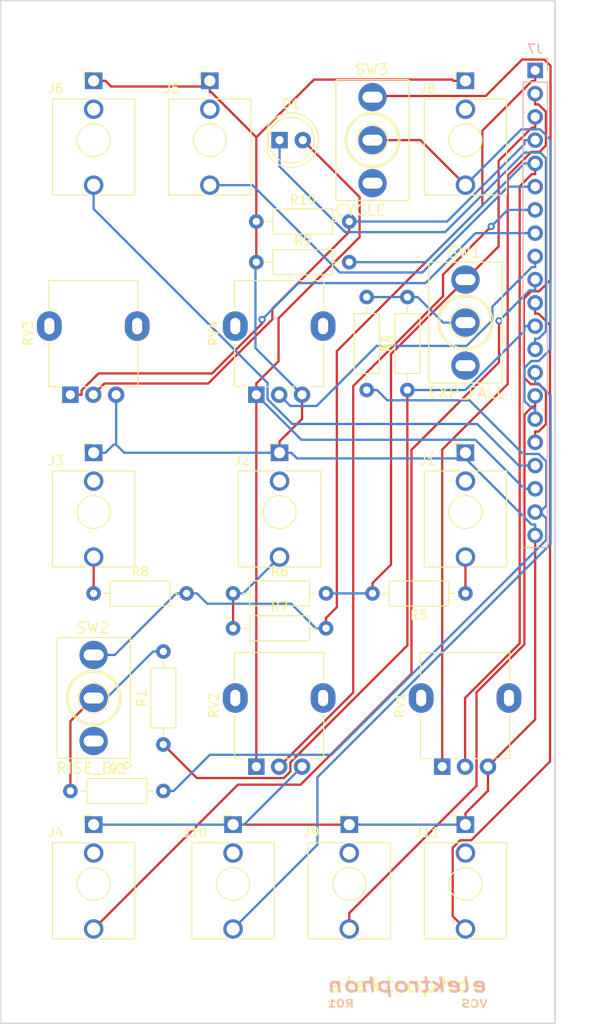
<source format=kicad_pcb>
(kicad_pcb (version 20171130) (host pcbnew 5.1.5-52549c5~84~ubuntu19.04.1)

  (general
    (thickness 1.6)
    (drawings 4)
    (tracks 262)
    (zones 0)
    (modules 34)
    (nets 40)
  )

  (page A4)
  (title_block
    (title "Voltage Controlled Slope")
    (date 2019-10-13)
    (rev R01)
    (comment 1 "PCB for mount circuit")
    (comment 2 "Original design by Ken Stone")
    (comment 4 "License CC BY 4.0 - Attribution 4.0 International")
  )

  (layers
    (0 F.Cu signal)
    (31 B.Cu signal)
    (32 B.Adhes user)
    (33 F.Adhes user)
    (34 B.Paste user)
    (35 F.Paste user)
    (36 B.SilkS user)
    (37 F.SilkS user)
    (38 B.Mask user)
    (39 F.Mask user)
    (40 Dwgs.User user)
    (41 Cmts.User user)
    (42 Eco1.User user)
    (43 Eco2.User user)
    (44 Edge.Cuts user)
    (45 Margin user)
    (46 B.CrtYd user)
    (47 F.CrtYd user)
    (48 B.Fab user)
    (49 F.Fab user)
  )

  (setup
    (last_trace_width 0.25)
    (user_trace_width 0.381)
    (user_trace_width 0.762)
    (trace_clearance 0.2)
    (zone_clearance 0.508)
    (zone_45_only no)
    (trace_min 0.2)
    (via_size 0.8)
    (via_drill 0.4)
    (via_min_size 0.4)
    (via_min_drill 0.3)
    (uvia_size 0.3)
    (uvia_drill 0.1)
    (uvias_allowed no)
    (uvia_min_size 0.2)
    (uvia_min_drill 0.1)
    (edge_width 0.15)
    (segment_width 0.2)
    (pcb_text_width 0.3)
    (pcb_text_size 1.5 1.5)
    (mod_edge_width 0.15)
    (mod_text_size 1 1)
    (mod_text_width 0.15)
    (pad_size 2.2 2.2)
    (pad_drill 2.2)
    (pad_to_mask_clearance 0.051)
    (solder_mask_min_width 0.25)
    (aux_axis_origin 0 0)
    (visible_elements FFFFFF7F)
    (pcbplotparams
      (layerselection 0x010fc_ffffffff)
      (usegerberextensions false)
      (usegerberattributes false)
      (usegerberadvancedattributes false)
      (creategerberjobfile false)
      (excludeedgelayer true)
      (linewidth 0.100000)
      (plotframeref false)
      (viasonmask false)
      (mode 1)
      (useauxorigin false)
      (hpglpennumber 1)
      (hpglpenspeed 20)
      (hpglpendiameter 15.000000)
      (psnegative false)
      (psa4output false)
      (plotreference true)
      (plotvalue true)
      (plotinvisibletext false)
      (padsonsilk false)
      (subtractmaskfromsilk false)
      (outputformat 1)
      (mirror false)
      (drillshape 0)
      (scaleselection 1)
      (outputdirectory "./gerbers"))
  )

  (net 0 "")
  (net 1 "Net-(J1-PadT)")
  (net 2 GND)
  (net 3 "Net-(J1-PadTN)")
  (net 4 "Net-(J2-PadT)")
  (net 5 "Net-(J2-PadTN)")
  (net 6 "Net-(J3-PadTN)")
  (net 7 "Net-(J4-PadTN)")
  (net 8 "Net-(J5-PadTN)")
  (net 9 "Net-(J6-PadTN)")
  (net 10 "Net-(J8-PadTN)")
  (net 11 "Net-(J9-PadTN)")
  (net 12 -15V)
  (net 13 +15V)
  (net 14 "Net-(SW1-Pad3)")
  (net 15 "Net-(J3-PadT)")
  (net 16 "Net-(J11-PadTN)")
  (net 17 "Net-(R1-Pad2)")
  (net 18 "Net-(R2-Pad2)")
  (net 19 "Net-(SW2-Pad3)")
  (net 20 "Net-(SW3-Pad3)")
  (net 21 /LED)
  (net 22 /CV)
  (net 23 /IN)
  (net 24 /FALL_RATE)
  (net 25 /FALL_2)
  (net 26 /FALL_1)
  (net 27 /CYCLE_2)
  (net 28 /CYCLE_1)
  (net 29 /NET_1)
  (net 30 /RISE)
  (net 31 /FALL)
  (net 32 /AC_OUT)
  (net 33 /OUT)
  (net 34 /BIPOLAR_OUT)
  (net 35 /RISE_2)
  (net 36 /RISE_1)
  (net 37 /RISE_RATE)
  (net 38 /TRIGGER)
  (net 39 "Net-(J10-PadTN)")

  (net_class Default "This is the default net class."
    (clearance 0.2)
    (trace_width 0.25)
    (via_dia 0.8)
    (via_drill 0.4)
    (uvia_dia 0.3)
    (uvia_drill 0.1)
    (add_net +15V)
    (add_net -15V)
    (add_net /AC_OUT)
    (add_net /BIPOLAR_OUT)
    (add_net /CV)
    (add_net /CYCLE_1)
    (add_net /CYCLE_2)
    (add_net /FALL)
    (add_net /FALL_1)
    (add_net /FALL_2)
    (add_net /FALL_RATE)
    (add_net /IN)
    (add_net /LED)
    (add_net /NET_1)
    (add_net /OUT)
    (add_net /RISE)
    (add_net /RISE_1)
    (add_net /RISE_2)
    (add_net /RISE_RATE)
    (add_net /TRIGGER)
    (add_net GND)
    (add_net "Net-(J1-PadT)")
    (add_net "Net-(J1-PadTN)")
    (add_net "Net-(J10-PadTN)")
    (add_net "Net-(J11-PadTN)")
    (add_net "Net-(J2-PadT)")
    (add_net "Net-(J2-PadTN)")
    (add_net "Net-(J3-PadT)")
    (add_net "Net-(J3-PadTN)")
    (add_net "Net-(J4-PadTN)")
    (add_net "Net-(J5-PadTN)")
    (add_net "Net-(J6-PadTN)")
    (add_net "Net-(J8-PadTN)")
    (add_net "Net-(J9-PadTN)")
    (add_net "Net-(R1-Pad2)")
    (add_net "Net-(R2-Pad2)")
    (add_net "Net-(SW1-Pad3)")
    (add_net "Net-(SW2-Pad3)")
    (add_net "Net-(SW3-Pad3)")
  )

  (module "elektrophon:elektrophon logo" locked (layer F.Cu) (tedit 5D74BFC6) (tstamp 5DE397ED)
    (at 69.85 133.985)
    (fp_text reference REF** (at 0 3.556) (layer F.SilkS) hide
      (effects (font (size 1 1) (thickness 0.15)))
    )
    (fp_text value "elektrophon logo" (at 0 -3.048) (layer F.Fab) hide
      (effects (font (size 1 1) (thickness 0.15)))
    )
    (fp_text user VCS (at 8.84 1.02) (layer B.SilkS)
      (effects (font (size 0.8 1) (thickness 0.15)) (justify left mirror))
    )
    (fp_text user R01 (at -8.83 1) (layer B.SilkS)
      (effects (font (size 0.8 1) (thickness 0.15)) (justify right mirror))
    )
    (fp_text user elektrophon (at 0 -1.016) (layer B.SilkS)
      (effects (font (size 1.5 2) (thickness 0.3) italic) (justify mirror))
    )
    (fp_text user R01 (at 8.8 1.02) (layer F.SilkS)
      (effects (font (size 0.8 1) (thickness 0.15)) (justify right))
    )
    (fp_text user VCS (at -8.88 1) (layer F.SilkS)
      (effects (font (size 0.8 1) (thickness 0.15)) (justify left))
    )
    (fp_text user elektrophon (at 0 -1.016) (layer F.SilkS)
      (effects (font (size 1.5 2) (thickness 0.3) italic))
    )
  )

  (module Connector_PinHeader_2.54mm:PinHeader_1x21_P2.54mm_Vertical (layer B.Cu) (tedit 59FED5CC) (tstamp 5DE3E306)
    (at 83.82 33.02 180)
    (descr "Through hole straight pin header, 1x21, 2.54mm pitch, single row")
    (tags "Through hole pin header THT 1x21 2.54mm single row")
    (path /5DE8B002)
    (fp_text reference J7 (at 0 2.33) (layer B.SilkS)
      (effects (font (size 1 1) (thickness 0.15)) (justify mirror))
    )
    (fp_text value Conn_01x21_Male (at 0 -53.13) (layer B.Fab)
      (effects (font (size 1 1) (thickness 0.15)) (justify mirror))
    )
    (fp_text user %R (at 0 -25.4 270) (layer B.Fab)
      (effects (font (size 1 1) (thickness 0.15)) (justify mirror))
    )
    (fp_line (start 1.8 1.8) (end -1.8 1.8) (layer B.CrtYd) (width 0.05))
    (fp_line (start 1.8 -52.6) (end 1.8 1.8) (layer B.CrtYd) (width 0.05))
    (fp_line (start -1.8 -52.6) (end 1.8 -52.6) (layer B.CrtYd) (width 0.05))
    (fp_line (start -1.8 1.8) (end -1.8 -52.6) (layer B.CrtYd) (width 0.05))
    (fp_line (start -1.33 1.33) (end 0 1.33) (layer B.SilkS) (width 0.12))
    (fp_line (start -1.33 0) (end -1.33 1.33) (layer B.SilkS) (width 0.12))
    (fp_line (start -1.33 -1.27) (end 1.33 -1.27) (layer B.SilkS) (width 0.12))
    (fp_line (start 1.33 -1.27) (end 1.33 -52.13) (layer B.SilkS) (width 0.12))
    (fp_line (start -1.33 -1.27) (end -1.33 -52.13) (layer B.SilkS) (width 0.12))
    (fp_line (start -1.33 -52.13) (end 1.33 -52.13) (layer B.SilkS) (width 0.12))
    (fp_line (start -1.27 0.635) (end -0.635 1.27) (layer B.Fab) (width 0.1))
    (fp_line (start -1.27 -52.07) (end -1.27 0.635) (layer B.Fab) (width 0.1))
    (fp_line (start 1.27 -52.07) (end -1.27 -52.07) (layer B.Fab) (width 0.1))
    (fp_line (start 1.27 1.27) (end 1.27 -52.07) (layer B.Fab) (width 0.1))
    (fp_line (start -0.635 1.27) (end 1.27 1.27) (layer B.Fab) (width 0.1))
    (pad 21 thru_hole oval (at 0 -50.8 180) (size 1.7 1.7) (drill 1) (layers *.Cu *.Mask)
      (net 2 GND))
    (pad 20 thru_hole oval (at 0 -48.26 180) (size 1.7 1.7) (drill 1) (layers *.Cu *.Mask)
      (net 12 -15V))
    (pad 19 thru_hole oval (at 0 -45.72 180) (size 1.7 1.7) (drill 1) (layers *.Cu *.Mask)
      (net 13 +15V))
    (pad 18 thru_hole oval (at 0 -43.18 180) (size 1.7 1.7) (drill 1) (layers *.Cu *.Mask)
      (net 38 /TRIGGER))
    (pad 17 thru_hole oval (at 0 -40.64 180) (size 1.7 1.7) (drill 1) (layers *.Cu *.Mask)
      (net 28 /CYCLE_1))
    (pad 16 thru_hole oval (at 0 -38.1 180) (size 1.7 1.7) (drill 1) (layers *.Cu *.Mask)
      (net 27 /CYCLE_2))
    (pad 15 thru_hole oval (at 0 -35.56 180) (size 1.7 1.7) (drill 1) (layers *.Cu *.Mask)
      (net 32 /AC_OUT))
    (pad 14 thru_hole oval (at 0 -33.02 180) (size 1.7 1.7) (drill 1) (layers *.Cu *.Mask)
      (net 33 /OUT))
    (pad 13 thru_hole oval (at 0 -30.48 180) (size 1.7 1.7) (drill 1) (layers *.Cu *.Mask)
      (net 21 /LED))
    (pad 12 thru_hole oval (at 0 -27.94 180) (size 1.7 1.7) (drill 1) (layers *.Cu *.Mask)
      (net 29 /NET_1))
    (pad 11 thru_hole oval (at 0 -25.4 180) (size 1.7 1.7) (drill 1) (layers *.Cu *.Mask)
      (net 34 /BIPOLAR_OUT))
    (pad 10 thru_hole oval (at 0 -22.86 180) (size 1.7 1.7) (drill 1) (layers *.Cu *.Mask)
      (net 22 /CV))
    (pad 9 thru_hole oval (at 0 -20.32 180) (size 1.7 1.7) (drill 1) (layers *.Cu *.Mask)
      (net 37 /RISE_RATE))
    (pad 8 thru_hole oval (at 0 -17.78 180) (size 1.7 1.7) (drill 1) (layers *.Cu *.Mask)
      (net 36 /RISE_1))
    (pad 7 thru_hole oval (at 0 -15.24 180) (size 1.7 1.7) (drill 1) (layers *.Cu *.Mask)
      (net 24 /FALL_RATE))
    (pad 6 thru_hole oval (at 0 -12.7 180) (size 1.7 1.7) (drill 1) (layers *.Cu *.Mask)
      (net 23 /IN))
    (pad 5 thru_hole oval (at 0 -10.16 180) (size 1.7 1.7) (drill 1) (layers *.Cu *.Mask)
      (net 25 /FALL_2))
    (pad 4 thru_hole oval (at 0 -7.62 180) (size 1.7 1.7) (drill 1) (layers *.Cu *.Mask)
      (net 35 /RISE_2))
    (pad 3 thru_hole oval (at 0 -5.08 180) (size 1.7 1.7) (drill 1) (layers *.Cu *.Mask)
      (net 31 /FALL))
    (pad 2 thru_hole oval (at 0 -2.54 180) (size 1.7 1.7) (drill 1) (layers *.Cu *.Mask)
      (net 26 /FALL_1))
    (pad 1 thru_hole rect (at 0 0 180) (size 1.7 1.7) (drill 1) (layers *.Cu *.Mask)
      (net 30 /RISE))
    (model ${KISYS3DMOD}/Connector_PinHeader_2.54mm.3dshapes/PinHeader_1x21_P2.54mm_Vertical.wrl
      (at (xyz 0 0 0))
      (scale (xyz 1 1 1))
      (rotate (xyz 0 0 0))
    )
  )

  (module elektrophon:Jack_3.5mm_QingPu_WQP-PJ398SM_Vertical_CircularHoles (layer F.Cu) (tedit 5DA46BDA) (tstamp 5DD9D0C3)
    (at 35.56 40.64)
    (descr "TRS 3.5mm, vertical, Thonkiconn, PCB mount, (http://www.qingpu-electronics.com/en/products/WQP-PJ398SM-362.html)")
    (tags "WQP-PJ398SM WQP-PJ301M-12 TRS 3.5mm mono vertical jack thonkiconn qingpu")
    (path /5E07C4C0)
    (fp_text reference J6 (at -4.13 -5.63) (layer F.SilkS)
      (effects (font (size 1 1) (thickness 0.15)))
    )
    (fp_text value TRIGGER (at 0 -1.48) (layer F.Fab)
      (effects (font (size 1 1) (thickness 0.15)))
    )
    (fp_text user KEEPOUT (at 0 0 180) (layer Cmts.User)
      (effects (font (size 0.4 0.4) (thickness 0.051)))
    )
    (fp_line (start -5 6.5) (end -5 -7.9) (layer F.CrtYd) (width 0.05))
    (fp_line (start -4.5 6) (end -4.5 -4.4) (layer F.Fab) (width 0.1))
    (fp_text user %R (at 0 1.52) (layer F.Fab)
      (effects (font (size 1 1) (thickness 0.15)))
    )
    (fp_line (start -4.5 -4.5) (end -4.5 6) (layer F.SilkS) (width 0.12))
    (fp_line (start 4.5 -4.5) (end 4.5 6) (layer F.SilkS) (width 0.12))
    (fp_circle (center 0 0) (end 1.5 0) (layer Dwgs.User) (width 0.12))
    (fp_line (start 0.09 1.48) (end 1.48 0.09) (layer Dwgs.User) (width 0.12))
    (fp_line (start -0.58 1.35) (end 1.36 -0.59) (layer Dwgs.User) (width 0.12))
    (fp_line (start -1.07 1.01) (end 1.01 -1.07) (layer Dwgs.User) (width 0.12))
    (fp_line (start -1.42 0.395) (end 0.4 -1.42) (layer Dwgs.User) (width 0.12))
    (fp_line (start -1.41 -0.46) (end -0.46 -1.41) (layer Dwgs.User) (width 0.12))
    (fp_line (start 4.5 6) (end 0.5 6) (layer F.SilkS) (width 0.12))
    (fp_line (start -0.5 6) (end -4.5 6) (layer F.SilkS) (width 0.12))
    (fp_line (start 4.5 -4.5) (end 0.35 -4.5) (layer F.SilkS) (width 0.12))
    (fp_line (start -0.35 -4.5) (end -4.5 -4.5) (layer F.SilkS) (width 0.12))
    (fp_circle (center 0 0) (end 1.8 0) (layer F.SilkS) (width 0.12))
    (fp_line (start -1.06 -7.48) (end -1.06 -6.68) (layer F.SilkS) (width 0.12))
    (fp_line (start -1.06 -7.48) (end -0.2 -7.48) (layer F.SilkS) (width 0.12))
    (fp_line (start 4.5 6) (end 4.5 -4.4) (layer F.Fab) (width 0.1))
    (fp_line (start 4.5 6) (end -4.5 6) (layer F.Fab) (width 0.1))
    (fp_line (start 5 6.5) (end 5 -7.9) (layer F.CrtYd) (width 0.05))
    (fp_line (start 5 6.5) (end -5 6.5) (layer F.CrtYd) (width 0.05))
    (fp_line (start 5 -7.9) (end -5 -7.9) (layer F.CrtYd) (width 0.05))
    (fp_line (start 4.5 -4.45) (end -4.5 -4.45) (layer F.Fab) (width 0.1))
    (fp_circle (center 0 0) (end 1.8 0) (layer F.Fab) (width 0.1))
    (fp_line (start 0 -6.48) (end 0 -4.45) (layer F.Fab) (width 0.1))
    (pad TN thru_hole circle (at 0 -3.38 180) (size 2.13 2.13) (drill 1.42) (layers *.Cu *.Mask)
      (net 9 "Net-(J6-PadTN)"))
    (pad S thru_hole rect (at 0 -6.48 180) (size 1.93 1.83) (drill 1.22) (layers *.Cu *.Mask)
      (net 2 GND))
    (pad T thru_hole circle (at 0 4.92 180) (size 2.13 2.13) (drill 1.43) (layers *.Cu *.Mask)
      (net 38 /TRIGGER))
    (model ${KISYS3DMOD}/Connector_Audio.3dshapes/Jack_3.5mm_QingPu_WQP-PJ398SM_Vertical.wrl
      (at (xyz 0 0 0))
      (scale (xyz 1 1 1))
      (rotate (xyz 0 0 0))
    )
    (model "${KIPRJMOD}/../../../lib/kicad/models/PJ301M-12 Thonkiconn v0.2.stp"
      (offset (xyz 0 -1 0))
      (scale (xyz 1 1 1))
      (rotate (xyz 0 0 180))
    )
  )

  (module 4ms-footprints:SPDT_KIT (layer F.Cu) (tedit 5D74BD61) (tstamp 5DD9C6AF)
    (at 66.04 40.64)
    (path /5D9FDA81)
    (fp_text reference SW3 (at -2.032 -6.985) (layer F.SilkS)
      (effects (font (size 1.2065 1.2065) (thickness 0.1524)) (justify left bottom))
    )
    (fp_text value CYCLE (at -4.191 8.382) (layer F.SilkS)
      (effects (font (size 1.2065 1.2065) (thickness 0.1524)) (justify left bottom))
    )
    (fp_line (start -3.9 -6.6) (end 3.9 -6.6) (layer F.SilkS) (width 0.125))
    (fp_line (start 4 -6.5) (end 4 6.5) (layer F.SilkS) (width 0.125))
    (fp_line (start 3.9 6.6) (end -3.9 6.6) (layer F.SilkS) (width 0.125))
    (fp_line (start -4 6.5) (end -4 -6.5) (layer F.SilkS) (width 0.125))
    (fp_circle (center 0 0) (end 3 0) (layer F.SilkS) (width 0.125))
    (fp_circle (center 0 0) (end 2.4765 0) (layer Cmts.User) (width 0.0254))
    (fp_arc (start -3.8735 -6.477) (end -3.8735 -6.604) (angle -90) (layer F.SilkS) (width 0.125))
    (fp_arc (start 3.8735 6.477) (end 3.8735 6.604) (angle -90) (layer F.SilkS) (width 0.125))
    (fp_arc (start 3.8735 -6.477) (end 4.0005 -6.477) (angle -90) (layer F.SilkS) (width 0.125))
    (fp_arc (start -3.8735 6.477) (end -4.0005 6.477) (angle -90) (layer F.SilkS) (width 0.125))
    (fp_circle (center 0 0) (end 0.254 -2.794) (layer F.SilkS) (width 0.125))
    (fp_circle (center 0 0) (end 0.3175 -1.651) (layer F.SilkS) (width 0.125))
    (pad 1 thru_hole circle (at 0 -4.7) (size 3.1 3.1) (drill oval 2.2 1.2) (layers *.Cu *.Mask)
      (net 28 /CYCLE_1))
    (pad 2 thru_hole circle (at 0 0) (size 3.1 3.1) (drill oval 2.2 1.2) (layers *.Cu *.Mask)
      (net 27 /CYCLE_2))
    (pad 3 thru_hole circle (at 0 4.7) (size 3.1 3.1) (drill oval 2.2 1.2) (layers *.Cu *.Mask)
      (net 20 "Net-(SW3-Pad3)"))
    (model "/Users/design/Google Drive/4ms/kicad/packages3d/spdt-toggle-submini.wrl"
      (offset (xyz 0 0 2.79399995803833))
      (scale (xyz 0.39 0.39 0.39))
      (rotate (xyz 270 0 90))
    )
    (model "/home/etienne/Projects/elektrophon/lib/kicad/models/SPDT Toggle Switch.stp"
      (offset (xyz 3.5 -12 0))
      (scale (xyz 1 1 1))
      (rotate (xyz -90 0 90))
    )
  )

  (module Resistor_THT:R_Axial_DIN0207_L6.3mm_D2.5mm_P10.16mm_Horizontal (layer F.Cu) (tedit 5AE5139B) (tstamp 5DD9C5C4)
    (at 53.34 49.53)
    (descr "Resistor, Axial_DIN0207 series, Axial, Horizontal, pin pitch=10.16mm, 0.25W = 1/4W, length*diameter=6.3*2.5mm^2, http://cdn-reichelt.de/documents/datenblatt/B400/1_4W%23YAG.pdf")
    (tags "Resistor Axial_DIN0207 series Axial Horizontal pin pitch 10.16mm 0.25W = 1/4W length 6.3mm diameter 2.5mm")
    (path /5DE01F85)
    (fp_text reference R10 (at 5.08 -2.37) (layer F.SilkS)
      (effects (font (size 1 1) (thickness 0.15)))
    )
    (fp_text value 1M (at 5.08 2.37) (layer F.Fab)
      (effects (font (size 1 1) (thickness 0.15)))
    )
    (fp_text user %R (at 5.08 0) (layer F.Fab)
      (effects (font (size 1 1) (thickness 0.15)))
    )
    (fp_line (start 11.21 -1.5) (end -1.05 -1.5) (layer F.CrtYd) (width 0.05))
    (fp_line (start 11.21 1.5) (end 11.21 -1.5) (layer F.CrtYd) (width 0.05))
    (fp_line (start -1.05 1.5) (end 11.21 1.5) (layer F.CrtYd) (width 0.05))
    (fp_line (start -1.05 -1.5) (end -1.05 1.5) (layer F.CrtYd) (width 0.05))
    (fp_line (start 9.12 0) (end 8.35 0) (layer F.SilkS) (width 0.12))
    (fp_line (start 1.04 0) (end 1.81 0) (layer F.SilkS) (width 0.12))
    (fp_line (start 8.35 -1.37) (end 1.81 -1.37) (layer F.SilkS) (width 0.12))
    (fp_line (start 8.35 1.37) (end 8.35 -1.37) (layer F.SilkS) (width 0.12))
    (fp_line (start 1.81 1.37) (end 8.35 1.37) (layer F.SilkS) (width 0.12))
    (fp_line (start 1.81 -1.37) (end 1.81 1.37) (layer F.SilkS) (width 0.12))
    (fp_line (start 10.16 0) (end 8.23 0) (layer F.Fab) (width 0.1))
    (fp_line (start 0 0) (end 1.93 0) (layer F.Fab) (width 0.1))
    (fp_line (start 8.23 -1.25) (end 1.93 -1.25) (layer F.Fab) (width 0.1))
    (fp_line (start 8.23 1.25) (end 8.23 -1.25) (layer F.Fab) (width 0.1))
    (fp_line (start 1.93 1.25) (end 8.23 1.25) (layer F.Fab) (width 0.1))
    (fp_line (start 1.93 -1.25) (end 1.93 1.25) (layer F.Fab) (width 0.1))
    (pad 2 thru_hole oval (at 10.16 0) (size 1.6 1.6) (drill 0.8) (layers *.Cu *.Mask)
      (net 35 /RISE_2))
    (pad 1 thru_hole circle (at 0 0) (size 1.6 1.6) (drill 0.8) (layers *.Cu *.Mask)
      (net 2 GND))
    (model ${KISYS3DMOD}/Resistor_THT.3dshapes/R_Axial_DIN0207_L6.3mm_D2.5mm_P10.16mm_Horizontal.wrl
      (at (xyz 0 0 0))
      (scale (xyz 1 1 1))
      (rotate (xyz 0 0 0))
    )
  )

  (module Resistor_THT:R_Axial_DIN0207_L6.3mm_D2.5mm_P10.16mm_Horizontal (layer F.Cu) (tedit 5AE5139B) (tstamp 5DD9C5AD)
    (at 53.34 53.975)
    (descr "Resistor, Axial_DIN0207 series, Axial, Horizontal, pin pitch=10.16mm, 0.25W = 1/4W, length*diameter=6.3*2.5mm^2, http://cdn-reichelt.de/documents/datenblatt/B400/1_4W%23YAG.pdf")
    (tags "Resistor Axial_DIN0207 series Axial Horizontal pin pitch 10.16mm 0.25W = 1/4W length 6.3mm diameter 2.5mm")
    (path /5DD94AE0)
    (fp_text reference R9 (at 5.08 -2.37) (layer F.SilkS)
      (effects (font (size 1 1) (thickness 0.15)))
    )
    (fp_text value 1M (at 5.08 2.37) (layer F.Fab)
      (effects (font (size 1 1) (thickness 0.15)))
    )
    (fp_text user %R (at 5.08 0) (layer F.Fab)
      (effects (font (size 1 1) (thickness 0.15)))
    )
    (fp_line (start 11.21 -1.5) (end -1.05 -1.5) (layer F.CrtYd) (width 0.05))
    (fp_line (start 11.21 1.5) (end 11.21 -1.5) (layer F.CrtYd) (width 0.05))
    (fp_line (start -1.05 1.5) (end 11.21 1.5) (layer F.CrtYd) (width 0.05))
    (fp_line (start -1.05 -1.5) (end -1.05 1.5) (layer F.CrtYd) (width 0.05))
    (fp_line (start 9.12 0) (end 8.35 0) (layer F.SilkS) (width 0.12))
    (fp_line (start 1.04 0) (end 1.81 0) (layer F.SilkS) (width 0.12))
    (fp_line (start 8.35 -1.37) (end 1.81 -1.37) (layer F.SilkS) (width 0.12))
    (fp_line (start 8.35 1.37) (end 8.35 -1.37) (layer F.SilkS) (width 0.12))
    (fp_line (start 1.81 1.37) (end 8.35 1.37) (layer F.SilkS) (width 0.12))
    (fp_line (start 1.81 -1.37) (end 1.81 1.37) (layer F.SilkS) (width 0.12))
    (fp_line (start 10.16 0) (end 8.23 0) (layer F.Fab) (width 0.1))
    (fp_line (start 0 0) (end 1.93 0) (layer F.Fab) (width 0.1))
    (fp_line (start 8.23 -1.25) (end 1.93 -1.25) (layer F.Fab) (width 0.1))
    (fp_line (start 8.23 1.25) (end 8.23 -1.25) (layer F.Fab) (width 0.1))
    (fp_line (start 1.93 1.25) (end 8.23 1.25) (layer F.Fab) (width 0.1))
    (fp_line (start 1.93 -1.25) (end 1.93 1.25) (layer F.Fab) (width 0.1))
    (pad 2 thru_hole oval (at 10.16 0) (size 1.6 1.6) (drill 0.8) (layers *.Cu *.Mask)
      (net 25 /FALL_2))
    (pad 1 thru_hole circle (at 0 0) (size 1.6 1.6) (drill 0.8) (layers *.Cu *.Mask)
      (net 2 GND))
    (model ${KISYS3DMOD}/Resistor_THT.3dshapes/R_Axial_DIN0207_L6.3mm_D2.5mm_P10.16mm_Horizontal.wrl
      (at (xyz 0 0 0))
      (scale (xyz 1 1 1))
      (rotate (xyz 0 0 0))
    )
  )

  (module Resistor_THT:R_Axial_DIN0207_L6.3mm_D2.5mm_P10.16mm_Horizontal (layer F.Cu) (tedit 5AE5139B) (tstamp 5DD9C462)
    (at 43.18 106.68 90)
    (descr "Resistor, Axial_DIN0207 series, Axial, Horizontal, pin pitch=10.16mm, 0.25W = 1/4W, length*diameter=6.3*2.5mm^2, http://cdn-reichelt.de/documents/datenblatt/B400/1_4W%23YAG.pdf")
    (tags "Resistor Axial_DIN0207 series Axial Horizontal pin pitch 10.16mm 0.25W = 1/4W length 6.3mm diameter 2.5mm")
    (path /5DD94B52)
    (fp_text reference R1 (at 5.08 -2.37 90) (layer F.SilkS)
      (effects (font (size 1 1) (thickness 0.15)))
    )
    (fp_text value 330k (at 5.08 2.37 90) (layer F.Fab)
      (effects (font (size 1 1) (thickness 0.15)))
    )
    (fp_text user %R (at 5.08 0 90) (layer F.Fab)
      (effects (font (size 1 1) (thickness 0.15)))
    )
    (fp_line (start 11.21 -1.5) (end -1.05 -1.5) (layer F.CrtYd) (width 0.05))
    (fp_line (start 11.21 1.5) (end 11.21 -1.5) (layer F.CrtYd) (width 0.05))
    (fp_line (start -1.05 1.5) (end 11.21 1.5) (layer F.CrtYd) (width 0.05))
    (fp_line (start -1.05 -1.5) (end -1.05 1.5) (layer F.CrtYd) (width 0.05))
    (fp_line (start 9.12 0) (end 8.35 0) (layer F.SilkS) (width 0.12))
    (fp_line (start 1.04 0) (end 1.81 0) (layer F.SilkS) (width 0.12))
    (fp_line (start 8.35 -1.37) (end 1.81 -1.37) (layer F.SilkS) (width 0.12))
    (fp_line (start 8.35 1.37) (end 8.35 -1.37) (layer F.SilkS) (width 0.12))
    (fp_line (start 1.81 1.37) (end 8.35 1.37) (layer F.SilkS) (width 0.12))
    (fp_line (start 1.81 -1.37) (end 1.81 1.37) (layer F.SilkS) (width 0.12))
    (fp_line (start 10.16 0) (end 8.23 0) (layer F.Fab) (width 0.1))
    (fp_line (start 0 0) (end 1.93 0) (layer F.Fab) (width 0.1))
    (fp_line (start 8.23 -1.25) (end 1.93 -1.25) (layer F.Fab) (width 0.1))
    (fp_line (start 8.23 1.25) (end 8.23 -1.25) (layer F.Fab) (width 0.1))
    (fp_line (start 1.93 1.25) (end 8.23 1.25) (layer F.Fab) (width 0.1))
    (fp_line (start 1.93 -1.25) (end 1.93 1.25) (layer F.Fab) (width 0.1))
    (pad 2 thru_hole oval (at 10.16 0 90) (size 1.6 1.6) (drill 0.8) (layers *.Cu *.Mask)
      (net 17 "Net-(R1-Pad2)"))
    (pad 1 thru_hole circle (at 0 0 90) (size 1.6 1.6) (drill 0.8) (layers *.Cu *.Mask)
      (net 29 /NET_1))
    (model ${KISYS3DMOD}/Resistor_THT.3dshapes/R_Axial_DIN0207_L6.3mm_D2.5mm_P10.16mm_Horizontal.wrl
      (at (xyz 0 0 0))
      (scale (xyz 1 1 1))
      (rotate (xyz 0 0 0))
    )
  )

  (module elektrophon:Jack_3.5mm_QingPu_WQP-PJ398SM_Vertical_CircularHoles (layer F.Cu) (tedit 5DA46BDA) (tstamp 5DD9C385)
    (at 76.2 40.64)
    (descr "TRS 3.5mm, vertical, Thonkiconn, PCB mount, (http://www.qingpu-electronics.com/en/products/WQP-PJ398SM-362.html)")
    (tags "WQP-PJ398SM WQP-PJ301M-12 TRS 3.5mm mono vertical jack thonkiconn qingpu")
    (path /5DA1DA64)
    (fp_text reference J8 (at -4.13 -5.63) (layer F.SilkS)
      (effects (font (size 1 1) (thickness 0.15)))
    )
    (fp_text value END (at 0 -1.48) (layer F.Fab)
      (effects (font (size 1 1) (thickness 0.15)))
    )
    (fp_text user KEEPOUT (at 0 0 180) (layer Cmts.User)
      (effects (font (size 0.4 0.4) (thickness 0.051)))
    )
    (fp_line (start -5 6.5) (end -5 -7.9) (layer F.CrtYd) (width 0.05))
    (fp_line (start -4.5 6) (end -4.5 -4.4) (layer F.Fab) (width 0.1))
    (fp_text user %R (at 0 1.52) (layer F.Fab)
      (effects (font (size 1 1) (thickness 0.15)))
    )
    (fp_line (start -4.5 -4.5) (end -4.5 6) (layer F.SilkS) (width 0.12))
    (fp_line (start 4.5 -4.5) (end 4.5 6) (layer F.SilkS) (width 0.12))
    (fp_circle (center 0 0) (end 1.5 0) (layer Dwgs.User) (width 0.12))
    (fp_line (start 0.09 1.48) (end 1.48 0.09) (layer Dwgs.User) (width 0.12))
    (fp_line (start -0.58 1.35) (end 1.36 -0.59) (layer Dwgs.User) (width 0.12))
    (fp_line (start -1.07 1.01) (end 1.01 -1.07) (layer Dwgs.User) (width 0.12))
    (fp_line (start -1.42 0.395) (end 0.4 -1.42) (layer Dwgs.User) (width 0.12))
    (fp_line (start -1.41 -0.46) (end -0.46 -1.41) (layer Dwgs.User) (width 0.12))
    (fp_line (start 4.5 6) (end 0.5 6) (layer F.SilkS) (width 0.12))
    (fp_line (start -0.5 6) (end -4.5 6) (layer F.SilkS) (width 0.12))
    (fp_line (start 4.5 -4.5) (end 0.35 -4.5) (layer F.SilkS) (width 0.12))
    (fp_line (start -0.35 -4.5) (end -4.5 -4.5) (layer F.SilkS) (width 0.12))
    (fp_circle (center 0 0) (end 1.8 0) (layer F.SilkS) (width 0.12))
    (fp_line (start -1.06 -7.48) (end -1.06 -6.68) (layer F.SilkS) (width 0.12))
    (fp_line (start -1.06 -7.48) (end -0.2 -7.48) (layer F.SilkS) (width 0.12))
    (fp_line (start 4.5 6) (end 4.5 -4.4) (layer F.Fab) (width 0.1))
    (fp_line (start 4.5 6) (end -4.5 6) (layer F.Fab) (width 0.1))
    (fp_line (start 5 6.5) (end 5 -7.9) (layer F.CrtYd) (width 0.05))
    (fp_line (start 5 6.5) (end -5 6.5) (layer F.CrtYd) (width 0.05))
    (fp_line (start 5 -7.9) (end -5 -7.9) (layer F.CrtYd) (width 0.05))
    (fp_line (start 4.5 -4.45) (end -4.5 -4.45) (layer F.Fab) (width 0.1))
    (fp_circle (center 0 0) (end 1.8 0) (layer F.Fab) (width 0.1))
    (fp_line (start 0 -6.48) (end 0 -4.45) (layer F.Fab) (width 0.1))
    (pad TN thru_hole circle (at 0 -3.38 180) (size 2.13 2.13) (drill 1.42) (layers *.Cu *.Mask)
      (net 10 "Net-(J8-PadTN)"))
    (pad S thru_hole rect (at 0 -6.48 180) (size 1.93 1.83) (drill 1.22) (layers *.Cu *.Mask)
      (net 2 GND))
    (pad T thru_hole circle (at 0 4.92 180) (size 2.13 2.13) (drill 1.43) (layers *.Cu *.Mask)
      (net 27 /CYCLE_2))
    (model ${KISYS3DMOD}/Connector_Audio.3dshapes/Jack_3.5mm_QingPu_WQP-PJ398SM_Vertical.wrl
      (at (xyz 0 0 0))
      (scale (xyz 1 1 1))
      (rotate (xyz 0 0 0))
    )
    (model "${KIPRJMOD}/../../../lib/kicad/models/PJ301M-12 Thonkiconn v0.2.stp"
      (offset (xyz 0 -1 0))
      (scale (xyz 1 1 1))
      (rotate (xyz 0 0 180))
    )
  )

  (module MountingHole:MountingHole_2.2mm_M2 (layer F.Cu) (tedit 56D1B4CB) (tstamp 5DD9C1F8)
    (at 83.46 134.62)
    (descr "Mounting Hole 2.2mm, no annular, M2")
    (tags "mounting hole 2.2mm no annular m2")
    (path /5D6DCA0E)
    (attr virtual)
    (fp_text reference H4 (at 0 -3.2) (layer F.SilkS) hide
      (effects (font (size 1 1) (thickness 0.15)))
    )
    (fp_text value MountingHole (at 0 3.2) (layer F.Fab) hide
      (effects (font (size 1 1) (thickness 0.15)))
    )
    (fp_circle (center 0 0) (end 2.45 0) (layer F.CrtYd) (width 0.05))
    (fp_circle (center 0 0) (end 2.2 0) (layer Cmts.User) (width 0.15))
    (fp_text user %R (at 0.3 0) (layer F.Fab) hide
      (effects (font (size 1 1) (thickness 0.15)))
    )
    (pad 1 np_thru_hole circle (at 0 0) (size 2.2 2.2) (drill 2.2) (layers *.Cu *.Mask))
  )

  (module MountingHole:MountingHole_2.2mm_M2 (layer F.Cu) (tedit 56D1B4CB) (tstamp 5DD9C1F0)
    (at 27.94 134.62)
    (descr "Mounting Hole 2.2mm, no annular, M2")
    (tags "mounting hole 2.2mm no annular m2")
    (path /5D6DC549)
    (attr virtual)
    (fp_text reference H3 (at 0 -3.2) (layer F.SilkS) hide
      (effects (font (size 1 1) (thickness 0.15)))
    )
    (fp_text value MountingHole (at 0 3.2) (layer F.Fab) hide
      (effects (font (size 1 1) (thickness 0.15)))
    )
    (fp_circle (center 0 0) (end 2.45 0) (layer F.CrtYd) (width 0.05))
    (fp_circle (center 0 0) (end 2.2 0) (layer Cmts.User) (width 0.15))
    (fp_text user %R (at 0.3 0) (layer F.Fab) hide
      (effects (font (size 1 1) (thickness 0.15)))
    )
    (pad 1 np_thru_hole circle (at 0 0) (size 2.2 2.2) (drill 2.2) (layers *.Cu *.Mask))
  )

  (module MountingHole:MountingHole_2.2mm_M2 (layer F.Cu) (tedit 56D1B4CB) (tstamp 5DD9C1E8)
    (at 83.46 27.94)
    (descr "Mounting Hole 2.2mm, no annular, M2")
    (tags "mounting hole 2.2mm no annular m2")
    (path /5D6DC0FC)
    (attr virtual)
    (fp_text reference H2 (at 0 -3.2) (layer F.SilkS) hide
      (effects (font (size 1 1) (thickness 0.15)))
    )
    (fp_text value MountingHole (at 0 3.2) (layer F.Fab) hide
      (effects (font (size 1 1) (thickness 0.15)))
    )
    (fp_circle (center 0 0) (end 2.45 0) (layer F.CrtYd) (width 0.05))
    (fp_circle (center 0 0) (end 2.2 0) (layer Cmts.User) (width 0.15))
    (fp_text user %R (at 0.3 0) (layer F.Fab) hide
      (effects (font (size 1 1) (thickness 0.15)))
    )
    (pad 1 np_thru_hole circle (at 0 0) (size 2.2 2.2) (drill 2.2) (layers *.Cu *.Mask))
  )

  (module MountingHole:MountingHole_2.2mm_M2 (layer F.Cu) (tedit 56D1B4CB) (tstamp 5DD9C1E0)
    (at 27.94 27.94)
    (descr "Mounting Hole 2.2mm, no annular, M2")
    (tags "mounting hole 2.2mm no annular m2")
    (path /5D6DB9A0)
    (attr virtual)
    (fp_text reference H1 (at 0 -3.2) (layer F.SilkS) hide
      (effects (font (size 1 1) (thickness 0.15)))
    )
    (fp_text value MountingHole (at 0 3.2) (layer F.Fab) hide
      (effects (font (size 1 1) (thickness 0.15)))
    )
    (fp_circle (center 0 0) (end 2.45 0) (layer F.CrtYd) (width 0.05))
    (fp_circle (center 0 0) (end 2.2 0) (layer Cmts.User) (width 0.15))
    (fp_text user %R (at 0.3 0) (layer F.Fab) hide
      (effects (font (size 1 1) (thickness 0.15)))
    )
    (pad 1 np_thru_hole circle (at 0 0) (size 2.2 2.2) (drill 2.2) (layers *.Cu *.Mask))
  )

  (module 4ms-footprints:SPDT_KIT (layer F.Cu) (tedit 5D74BD61) (tstamp 5DD99175)
    (at 35.56 101.6)
    (path /5DE01F7E)
    (fp_text reference SW2 (at -2.032 -6.985) (layer F.SilkS)
      (effects (font (size 1.2065 1.2065) (thickness 0.1524)) (justify left bottom))
    )
    (fp_text value RISE_EXP (at -4.191 8.382) (layer F.SilkS)
      (effects (font (size 1.2065 1.2065) (thickness 0.1524)) (justify left bottom))
    )
    (fp_line (start -3.9 -6.6) (end 3.9 -6.6) (layer F.SilkS) (width 0.125))
    (fp_line (start 4 -6.5) (end 4 6.5) (layer F.SilkS) (width 0.125))
    (fp_line (start 3.9 6.6) (end -3.9 6.6) (layer F.SilkS) (width 0.125))
    (fp_line (start -4 6.5) (end -4 -6.5) (layer F.SilkS) (width 0.125))
    (fp_circle (center 0 0) (end 3 0) (layer F.SilkS) (width 0.125))
    (fp_circle (center 0 0) (end 2.4765 0) (layer Cmts.User) (width 0.0254))
    (fp_arc (start -3.8735 -6.477) (end -3.8735 -6.604) (angle -90) (layer F.SilkS) (width 0.125))
    (fp_arc (start 3.8735 6.477) (end 3.8735 6.604) (angle -90) (layer F.SilkS) (width 0.125))
    (fp_arc (start 3.8735 -6.477) (end 4.0005 -6.477) (angle -90) (layer F.SilkS) (width 0.125))
    (fp_arc (start -3.8735 6.477) (end -4.0005 6.477) (angle -90) (layer F.SilkS) (width 0.125))
    (fp_circle (center 0 0) (end 0.254 -2.794) (layer F.SilkS) (width 0.125))
    (fp_circle (center 0 0) (end 0.3175 -1.651) (layer F.SilkS) (width 0.125))
    (pad 1 thru_hole circle (at 0 -4.7) (size 3.1 3.1) (drill oval 2.2 1.2) (layers *.Cu *.Mask)
      (net 30 /RISE))
    (pad 2 thru_hole circle (at 0 0) (size 3.1 3.1) (drill oval 2.2 1.2) (layers *.Cu *.Mask)
      (net 17 "Net-(R1-Pad2)"))
    (pad 3 thru_hole circle (at 0 4.7) (size 3.1 3.1) (drill oval 2.2 1.2) (layers *.Cu *.Mask)
      (net 19 "Net-(SW2-Pad3)"))
    (model "/Users/design/Google Drive/4ms/kicad/packages3d/spdt-toggle-submini.wrl"
      (offset (xyz 0 0 2.79399995803833))
      (scale (xyz 0.39 0.39 0.39))
      (rotate (xyz 270 0 90))
    )
    (model "/home/etienne/Projects/elektrophon/lib/kicad/models/SPDT Toggle Switch.stp"
      (offset (xyz 3.5 -12 0))
      (scale (xyz 1 1 1))
      (rotate (xyz -90 0 90))
    )
  )

  (module 4ms-footprints:SPDT_KIT (layer F.Cu) (tedit 5D74BD61) (tstamp 5DD99162)
    (at 76.2 60.58)
    (path /5DE01F77)
    (fp_text reference SW1 (at -2.032 -6.985) (layer F.SilkS)
      (effects (font (size 1.2065 1.2065) (thickness 0.1524)) (justify left bottom))
    )
    (fp_text value EXP_FALL (at -4.191 8.382) (layer F.SilkS)
      (effects (font (size 1.2065 1.2065) (thickness 0.1524)) (justify left bottom))
    )
    (fp_line (start -3.9 -6.6) (end 3.9 -6.6) (layer F.SilkS) (width 0.125))
    (fp_line (start 4 -6.5) (end 4 6.5) (layer F.SilkS) (width 0.125))
    (fp_line (start 3.9 6.6) (end -3.9 6.6) (layer F.SilkS) (width 0.125))
    (fp_line (start -4 6.5) (end -4 -6.5) (layer F.SilkS) (width 0.125))
    (fp_circle (center 0 0) (end 3 0) (layer F.SilkS) (width 0.125))
    (fp_circle (center 0 0) (end 2.4765 0) (layer Cmts.User) (width 0.0254))
    (fp_arc (start -3.8735 -6.477) (end -3.8735 -6.604) (angle -90) (layer F.SilkS) (width 0.125))
    (fp_arc (start 3.8735 6.477) (end 3.8735 6.604) (angle -90) (layer F.SilkS) (width 0.125))
    (fp_arc (start 3.8735 -6.477) (end 4.0005 -6.477) (angle -90) (layer F.SilkS) (width 0.125))
    (fp_arc (start -3.8735 6.477) (end -4.0005 6.477) (angle -90) (layer F.SilkS) (width 0.125))
    (fp_circle (center 0 0) (end 0.254 -2.794) (layer F.SilkS) (width 0.125))
    (fp_circle (center 0 0) (end 0.3175 -1.651) (layer F.SilkS) (width 0.125))
    (pad 1 thru_hole circle (at 0 -4.7) (size 3.1 3.1) (drill oval 2.2 1.2) (layers *.Cu *.Mask)
      (net 31 /FALL))
    (pad 2 thru_hole circle (at 0 0) (size 3.1 3.1) (drill oval 2.2 1.2) (layers *.Cu *.Mask)
      (net 18 "Net-(R2-Pad2)"))
    (pad 3 thru_hole circle (at 0 4.7) (size 3.1 3.1) (drill oval 2.2 1.2) (layers *.Cu *.Mask)
      (net 14 "Net-(SW1-Pad3)"))
    (model "/Users/design/Google Drive/4ms/kicad/packages3d/spdt-toggle-submini.wrl"
      (offset (xyz 0 0 2.79399995803833))
      (scale (xyz 0.39 0.39 0.39))
      (rotate (xyz 270 0 90))
    )
    (model "/home/etienne/Projects/elektrophon/lib/kicad/models/SPDT Toggle Switch.stp"
      (offset (xyz 3.5 -12 0))
      (scale (xyz 1 1 1))
      (rotate (xyz -90 0 90))
    )
  )

  (module elektrophon:Potentiometer_Alpha_RD901F-40-00D_Single_Vertical (layer F.Cu) (tedit 5DA46BB9) (tstamp 5DD99118)
    (at 55.88 60.96 90)
    (descr "Potentiometer, vertical, 9mm, single, http://www.taiwanalpha.com.tw/downloads?target=products&id=113")
    (tags "potentiometer vertical 9mm single")
    (path /5DD94BE4)
    (fp_text reference RV4 (at -0.79 -7.18 270) (layer F.SilkS)
      (effects (font (size 1 1) (thickness 0.15)))
    )
    (fp_text value 100k (at -7.5 7.32 270) (layer F.Fab)
      (effects (font (size 1 1) (thickness 0.15)))
    )
    (fp_line (start -6.62 1.62) (end -6.62 0.79) (layer F.SilkS) (width 0.12))
    (fp_line (start -6.62 -0.83) (end -6.62 -1.36) (layer F.SilkS) (width 0.12))
    (fp_line (start -6.62 -3.73) (end -6.62 -4.91) (layer F.SilkS) (width 0.12))
    (fp_line (start -6.62 4.83) (end -1.9 4.83) (layer F.SilkS) (width 0.12))
    (fp_line (start 1.91 -4.91) (end 4.97 -4.91) (layer F.SilkS) (width 0.12))
    (fp_line (start -6.5 4.71) (end 4.85 4.71) (layer F.Fab) (width 0.1))
    (fp_line (start -6.5 -4.79) (end 4.85 -4.79) (layer F.Fab) (width 0.1))
    (fp_line (start 4.85 4.71) (end 4.85 -4.79) (layer F.Fab) (width 0.1))
    (fp_line (start -6.5 4.71) (end -6.5 -4.79) (layer F.Fab) (width 0.1))
    (fp_circle (center 0 -0.04) (end 0 -3.54) (layer F.Fab) (width 0.1))
    (fp_line (start -6.62 -4.92) (end -1.9 -4.92) (layer F.SilkS) (width 0.12))
    (fp_line (start 1.91 4.83) (end 4.97 4.83) (layer F.SilkS) (width 0.12))
    (fp_line (start -6.62 4.83) (end -6.62 3.34) (layer F.SilkS) (width 0.12))
    (fp_line (start 4.97 4.83) (end 4.97 -4.91) (layer F.SilkS) (width 0.12))
    (fp_line (start 5.1 6.37) (end 5.1 -6.45) (layer F.CrtYd) (width 0.05))
    (fp_line (start 5.1 -6.45) (end -8.65 -6.45) (layer F.CrtYd) (width 0.05))
    (fp_line (start -8.65 -6.45) (end -8.65 6.37) (layer F.CrtYd) (width 0.05))
    (fp_line (start -8.65 6.37) (end 5.1 6.37) (layer F.CrtYd) (width 0.05))
    (fp_text user %R (at 0.12 0 90) (layer F.Fab)
      (effects (font (size 1 1) (thickness 0.15)))
    )
    (pad "" thru_hole oval (at 0 -4.84 180) (size 2.72 3.24) (drill oval 1.1 1.8) (layers *.Cu *.Mask))
    (pad "" thru_hole oval (at 0 4.76 180) (size 2.72 3.24) (drill oval 1.1 1.8) (layers *.Cu *.Mask))
    (pad 3 thru_hole circle (at -7.5 2.46 180) (size 1.8 1.8) (drill 1) (layers *.Cu *.Mask)
      (net 2 GND))
    (pad 2 thru_hole circle (at -7.5 -0.04 180) (size 1.8 1.8) (drill 1) (layers *.Cu *.Mask)
      (net 37 /RISE_RATE))
    (pad 1 thru_hole rect (at -7.5 -2.54 180) (size 1.8 1.8) (drill 1) (layers *.Cu *.Mask)
      (net 13 +15V))
    (model ${KISYS3DMOD}/Potentiometer_THT.3dshapes/Potentiometer_Alpha_RD901F-40-00D_Single_Vertical.wrl
      (at (xyz 0 0 0))
      (scale (xyz 1 1 1))
      (rotate (xyz 0 0 0))
    )
    (model ${KIPRJMOD}/../../../lib/kicad/models/ALPHA-RD901F-40.step
      (at (xyz 0 0 0))
      (scale (xyz 1 1 1))
      (rotate (xyz 0 0 90))
    )
  )

  (module elektrophon:Potentiometer_Alpha_RD901F-40-00D_Single_Vertical (layer F.Cu) (tedit 5DA46BB9) (tstamp 5DD990FC)
    (at 55.88 101.6 90)
    (descr "Potentiometer, vertical, 9mm, single, http://www.taiwanalpha.com.tw/downloads?target=products&id=113")
    (tags "potentiometer vertical 9mm single")
    (path /5DE01F87)
    (fp_text reference RV2 (at -0.79 -7.18 270) (layer F.SilkS)
      (effects (font (size 1 1) (thickness 0.15)))
    )
    (fp_text value 100k (at -7.5 7.32 270) (layer F.Fab)
      (effects (font (size 1 1) (thickness 0.15)))
    )
    (fp_line (start -6.62 1.62) (end -6.62 0.79) (layer F.SilkS) (width 0.12))
    (fp_line (start -6.62 -0.83) (end -6.62 -1.36) (layer F.SilkS) (width 0.12))
    (fp_line (start -6.62 -3.73) (end -6.62 -4.91) (layer F.SilkS) (width 0.12))
    (fp_line (start -6.62 4.83) (end -1.9 4.83) (layer F.SilkS) (width 0.12))
    (fp_line (start 1.91 -4.91) (end 4.97 -4.91) (layer F.SilkS) (width 0.12))
    (fp_line (start -6.5 4.71) (end 4.85 4.71) (layer F.Fab) (width 0.1))
    (fp_line (start -6.5 -4.79) (end 4.85 -4.79) (layer F.Fab) (width 0.1))
    (fp_line (start 4.85 4.71) (end 4.85 -4.79) (layer F.Fab) (width 0.1))
    (fp_line (start -6.5 4.71) (end -6.5 -4.79) (layer F.Fab) (width 0.1))
    (fp_circle (center 0 -0.04) (end 0 -3.54) (layer F.Fab) (width 0.1))
    (fp_line (start -6.62 -4.92) (end -1.9 -4.92) (layer F.SilkS) (width 0.12))
    (fp_line (start 1.91 4.83) (end 4.97 4.83) (layer F.SilkS) (width 0.12))
    (fp_line (start -6.62 4.83) (end -6.62 3.34) (layer F.SilkS) (width 0.12))
    (fp_line (start 4.97 4.83) (end 4.97 -4.91) (layer F.SilkS) (width 0.12))
    (fp_line (start 5.1 6.37) (end 5.1 -6.45) (layer F.CrtYd) (width 0.05))
    (fp_line (start 5.1 -6.45) (end -8.65 -6.45) (layer F.CrtYd) (width 0.05))
    (fp_line (start -8.65 -6.45) (end -8.65 6.37) (layer F.CrtYd) (width 0.05))
    (fp_line (start -8.65 6.37) (end 5.1 6.37) (layer F.CrtYd) (width 0.05))
    (fp_text user %R (at 0.12 0 90) (layer F.Fab)
      (effects (font (size 1 1) (thickness 0.15)))
    )
    (pad "" thru_hole oval (at 0 -4.84 180) (size 2.72 3.24) (drill oval 1.1 1.8) (layers *.Cu *.Mask))
    (pad "" thru_hole oval (at 0 4.76 180) (size 2.72 3.24) (drill oval 1.1 1.8) (layers *.Cu *.Mask))
    (pad 3 thru_hole circle (at -7.5 2.46 180) (size 1.8 1.8) (drill 1) (layers *.Cu *.Mask)
      (net 2 GND))
    (pad 2 thru_hole circle (at -7.5 -0.04 180) (size 1.8 1.8) (drill 1) (layers *.Cu *.Mask)
      (net 24 /FALL_RATE))
    (pad 1 thru_hole rect (at -7.5 -2.54 180) (size 1.8 1.8) (drill 1) (layers *.Cu *.Mask)
      (net 13 +15V))
    (model ${KISYS3DMOD}/Potentiometer_THT.3dshapes/Potentiometer_Alpha_RD901F-40-00D_Single_Vertical.wrl
      (at (xyz 0 0 0))
      (scale (xyz 1 1 1))
      (rotate (xyz 0 0 0))
    )
    (model ${KIPRJMOD}/../../../lib/kicad/models/ALPHA-RD901F-40.step
      (at (xyz 0 0 0))
      (scale (xyz 1 1 1))
      (rotate (xyz 0 0 90))
    )
  )

  (module elektrophon:Potentiometer_Alpha_RD901F-40-00D_Single_Vertical (layer F.Cu) (tedit 5DA46BB9) (tstamp 5DD990E0)
    (at 35.56 60.96 90)
    (descr "Potentiometer, vertical, 9mm, single, http://www.taiwanalpha.com.tw/downloads?target=products&id=113")
    (tags "potentiometer vertical 9mm single")
    (path /5DE01F84)
    (fp_text reference RV3 (at -0.79 -7.18 270) (layer F.SilkS)
      (effects (font (size 1 1) (thickness 0.15)))
    )
    (fp_text value 50k (at -7.5 7.32 270) (layer F.Fab)
      (effects (font (size 1 1) (thickness 0.15)))
    )
    (fp_line (start -6.62 1.62) (end -6.62 0.79) (layer F.SilkS) (width 0.12))
    (fp_line (start -6.62 -0.83) (end -6.62 -1.36) (layer F.SilkS) (width 0.12))
    (fp_line (start -6.62 -3.73) (end -6.62 -4.91) (layer F.SilkS) (width 0.12))
    (fp_line (start -6.62 4.83) (end -1.9 4.83) (layer F.SilkS) (width 0.12))
    (fp_line (start 1.91 -4.91) (end 4.97 -4.91) (layer F.SilkS) (width 0.12))
    (fp_line (start -6.5 4.71) (end 4.85 4.71) (layer F.Fab) (width 0.1))
    (fp_line (start -6.5 -4.79) (end 4.85 -4.79) (layer F.Fab) (width 0.1))
    (fp_line (start 4.85 4.71) (end 4.85 -4.79) (layer F.Fab) (width 0.1))
    (fp_line (start -6.5 4.71) (end -6.5 -4.79) (layer F.Fab) (width 0.1))
    (fp_circle (center 0 -0.04) (end 0 -3.54) (layer F.Fab) (width 0.1))
    (fp_line (start -6.62 -4.92) (end -1.9 -4.92) (layer F.SilkS) (width 0.12))
    (fp_line (start 1.91 4.83) (end 4.97 4.83) (layer F.SilkS) (width 0.12))
    (fp_line (start -6.62 4.83) (end -6.62 3.34) (layer F.SilkS) (width 0.12))
    (fp_line (start 4.97 4.83) (end 4.97 -4.91) (layer F.SilkS) (width 0.12))
    (fp_line (start 5.1 6.37) (end 5.1 -6.45) (layer F.CrtYd) (width 0.05))
    (fp_line (start 5.1 -6.45) (end -8.65 -6.45) (layer F.CrtYd) (width 0.05))
    (fp_line (start -8.65 -6.45) (end -8.65 6.37) (layer F.CrtYd) (width 0.05))
    (fp_line (start -8.65 6.37) (end 5.1 6.37) (layer F.CrtYd) (width 0.05))
    (fp_text user %R (at 0.12 0 90) (layer F.Fab)
      (effects (font (size 1 1) (thickness 0.15)))
    )
    (pad "" thru_hole oval (at 0 -4.84 180) (size 2.72 3.24) (drill oval 1.1 1.8) (layers *.Cu *.Mask))
    (pad "" thru_hole oval (at 0 4.76 180) (size 2.72 3.24) (drill oval 1.1 1.8) (layers *.Cu *.Mask))
    (pad 3 thru_hole circle (at -7.5 2.46 180) (size 1.8 1.8) (drill 1) (layers *.Cu *.Mask)
      (net 2 GND))
    (pad 2 thru_hole circle (at -7.5 -0.04 180) (size 1.8 1.8) (drill 1) (layers *.Cu *.Mask)
      (net 35 /RISE_2))
    (pad 1 thru_hole rect (at -7.5 -2.54 180) (size 1.8 1.8) (drill 1) (layers *.Cu *.Mask)
      (net 36 /RISE_1))
    (model ${KISYS3DMOD}/Potentiometer_THT.3dshapes/Potentiometer_Alpha_RD901F-40-00D_Single_Vertical.wrl
      (at (xyz 0 0 0))
      (scale (xyz 1 1 1))
      (rotate (xyz 0 0 0))
    )
    (model ${KIPRJMOD}/../../../lib/kicad/models/ALPHA-RD901F-40.step
      (at (xyz 0 0 0))
      (scale (xyz 1 1 1))
      (rotate (xyz 0 0 90))
    )
  )

  (module elektrophon:Potentiometer_Alpha_RD901F-40-00D_Single_Vertical (layer F.Cu) (tedit 5DA46BB9) (tstamp 5DD990C4)
    (at 76.2 101.6 90)
    (descr "Potentiometer, vertical, 9mm, single, http://www.taiwanalpha.com.tw/downloads?target=products&id=113")
    (tags "potentiometer vertical 9mm single")
    (path /5DE01F73)
    (fp_text reference RV1 (at -0.79 -7.18 270) (layer F.SilkS)
      (effects (font (size 1 1) (thickness 0.15)))
    )
    (fp_text value 50k (at -7.5 7.32 270) (layer F.Fab)
      (effects (font (size 1 1) (thickness 0.15)))
    )
    (fp_line (start -6.62 1.62) (end -6.62 0.79) (layer F.SilkS) (width 0.12))
    (fp_line (start -6.62 -0.83) (end -6.62 -1.36) (layer F.SilkS) (width 0.12))
    (fp_line (start -6.62 -3.73) (end -6.62 -4.91) (layer F.SilkS) (width 0.12))
    (fp_line (start -6.62 4.83) (end -1.9 4.83) (layer F.SilkS) (width 0.12))
    (fp_line (start 1.91 -4.91) (end 4.97 -4.91) (layer F.SilkS) (width 0.12))
    (fp_line (start -6.5 4.71) (end 4.85 4.71) (layer F.Fab) (width 0.1))
    (fp_line (start -6.5 -4.79) (end 4.85 -4.79) (layer F.Fab) (width 0.1))
    (fp_line (start 4.85 4.71) (end 4.85 -4.79) (layer F.Fab) (width 0.1))
    (fp_line (start -6.5 4.71) (end -6.5 -4.79) (layer F.Fab) (width 0.1))
    (fp_circle (center 0 -0.04) (end 0 -3.54) (layer F.Fab) (width 0.1))
    (fp_line (start -6.62 -4.92) (end -1.9 -4.92) (layer F.SilkS) (width 0.12))
    (fp_line (start 1.91 4.83) (end 4.97 4.83) (layer F.SilkS) (width 0.12))
    (fp_line (start -6.62 4.83) (end -6.62 3.34) (layer F.SilkS) (width 0.12))
    (fp_line (start 4.97 4.83) (end 4.97 -4.91) (layer F.SilkS) (width 0.12))
    (fp_line (start 5.1 6.37) (end 5.1 -6.45) (layer F.CrtYd) (width 0.05))
    (fp_line (start 5.1 -6.45) (end -8.65 -6.45) (layer F.CrtYd) (width 0.05))
    (fp_line (start -8.65 -6.45) (end -8.65 6.37) (layer F.CrtYd) (width 0.05))
    (fp_line (start -8.65 6.37) (end 5.1 6.37) (layer F.CrtYd) (width 0.05))
    (fp_text user %R (at 0.12 0 90) (layer F.Fab)
      (effects (font (size 1 1) (thickness 0.15)))
    )
    (pad "" thru_hole oval (at 0 -4.84 180) (size 2.72 3.24) (drill oval 1.1 1.8) (layers *.Cu *.Mask))
    (pad "" thru_hole oval (at 0 4.76 180) (size 2.72 3.24) (drill oval 1.1 1.8) (layers *.Cu *.Mask))
    (pad 3 thru_hole circle (at -7.5 2.46 180) (size 1.8 1.8) (drill 1) (layers *.Cu *.Mask)
      (net 2 GND))
    (pad 2 thru_hole circle (at -7.5 -0.04 180) (size 1.8 1.8) (drill 1) (layers *.Cu *.Mask)
      (net 25 /FALL_2))
    (pad 1 thru_hole rect (at -7.5 -2.54 180) (size 1.8 1.8) (drill 1) (layers *.Cu *.Mask)
      (net 26 /FALL_1))
    (model ${KISYS3DMOD}/Potentiometer_THT.3dshapes/Potentiometer_Alpha_RD901F-40-00D_Single_Vertical.wrl
      (at (xyz 0 0 0))
      (scale (xyz 1 1 1))
      (rotate (xyz 0 0 0))
    )
    (model ${KIPRJMOD}/../../../lib/kicad/models/ALPHA-RD901F-40.step
      (at (xyz 0 0 0))
      (scale (xyz 1 1 1))
      (rotate (xyz 0 0 90))
    )
  )

  (module Resistor_THT:R_Axial_DIN0207_L6.3mm_D2.5mm_P10.16mm_Horizontal (layer F.Cu) (tedit 5AE5139B) (tstamp 5DD98E49)
    (at 35.56 90.17)
    (descr "Resistor, Axial_DIN0207 series, Axial, Horizontal, pin pitch=10.16mm, 0.25W = 1/4W, length*diameter=6.3*2.5mm^2, http://cdn-reichelt.de/documents/datenblatt/B400/1_4W%23YAG.pdf")
    (tags "Resistor Axial_DIN0207 series Axial Horizontal pin pitch 10.16mm 0.25W = 1/4W length 6.3mm diameter 2.5mm")
    (path /5DE01F7C)
    (fp_text reference R8 (at 5.08 -2.37) (layer F.SilkS)
      (effects (font (size 1 1) (thickness 0.15)))
    )
    (fp_text value 100k (at 5.08 2.37) (layer F.Fab)
      (effects (font (size 1 1) (thickness 0.15)))
    )
    (fp_text user %R (at 5.08 0) (layer F.Fab)
      (effects (font (size 1 1) (thickness 0.15)))
    )
    (fp_line (start 11.21 -1.5) (end -1.05 -1.5) (layer F.CrtYd) (width 0.05))
    (fp_line (start 11.21 1.5) (end 11.21 -1.5) (layer F.CrtYd) (width 0.05))
    (fp_line (start -1.05 1.5) (end 11.21 1.5) (layer F.CrtYd) (width 0.05))
    (fp_line (start -1.05 -1.5) (end -1.05 1.5) (layer F.CrtYd) (width 0.05))
    (fp_line (start 9.12 0) (end 8.35 0) (layer F.SilkS) (width 0.12))
    (fp_line (start 1.04 0) (end 1.81 0) (layer F.SilkS) (width 0.12))
    (fp_line (start 8.35 -1.37) (end 1.81 -1.37) (layer F.SilkS) (width 0.12))
    (fp_line (start 8.35 1.37) (end 8.35 -1.37) (layer F.SilkS) (width 0.12))
    (fp_line (start 1.81 1.37) (end 8.35 1.37) (layer F.SilkS) (width 0.12))
    (fp_line (start 1.81 -1.37) (end 1.81 1.37) (layer F.SilkS) (width 0.12))
    (fp_line (start 10.16 0) (end 8.23 0) (layer F.Fab) (width 0.1))
    (fp_line (start 0 0) (end 1.93 0) (layer F.Fab) (width 0.1))
    (fp_line (start 8.23 -1.25) (end 1.93 -1.25) (layer F.Fab) (width 0.1))
    (fp_line (start 8.23 1.25) (end 8.23 -1.25) (layer F.Fab) (width 0.1))
    (fp_line (start 1.93 1.25) (end 8.23 1.25) (layer F.Fab) (width 0.1))
    (fp_line (start 1.93 -1.25) (end 1.93 1.25) (layer F.Fab) (width 0.1))
    (pad 2 thru_hole oval (at 10.16 0) (size 1.6 1.6) (drill 0.8) (layers *.Cu *.Mask)
      (net 30 /RISE))
    (pad 1 thru_hole circle (at 0 0) (size 1.6 1.6) (drill 0.8) (layers *.Cu *.Mask)
      (net 15 "Net-(J3-PadT)"))
    (model ${KISYS3DMOD}/Resistor_THT.3dshapes/R_Axial_DIN0207_L6.3mm_D2.5mm_P10.16mm_Horizontal.wrl
      (at (xyz 0 0 0))
      (scale (xyz 1 1 1))
      (rotate (xyz 0 0 0))
    )
  )

  (module Resistor_THT:R_Axial_DIN0207_L6.3mm_D2.5mm_P10.16mm_Horizontal (layer F.Cu) (tedit 5AE5139B) (tstamp 5DD98E32)
    (at 50.8 93.98)
    (descr "Resistor, Axial_DIN0207 series, Axial, Horizontal, pin pitch=10.16mm, 0.25W = 1/4W, length*diameter=6.3*2.5mm^2, http://cdn-reichelt.de/documents/datenblatt/B400/1_4W%23YAG.pdf")
    (tags "Resistor Axial_DIN0207 series Axial Horizontal pin pitch 10.16mm 0.25W = 1/4W length 6.3mm diameter 2.5mm")
    (path /5DE01F7D)
    (fp_text reference R7 (at 5.08 -2.37) (layer F.SilkS)
      (effects (font (size 1 1) (thickness 0.15)))
    )
    (fp_text value 100k (at 5.08 2.37) (layer F.Fab)
      (effects (font (size 1 1) (thickness 0.15)))
    )
    (fp_text user %R (at 5.08 0) (layer F.Fab)
      (effects (font (size 1 1) (thickness 0.15)))
    )
    (fp_line (start 11.21 -1.5) (end -1.05 -1.5) (layer F.CrtYd) (width 0.05))
    (fp_line (start 11.21 1.5) (end 11.21 -1.5) (layer F.CrtYd) (width 0.05))
    (fp_line (start -1.05 1.5) (end 11.21 1.5) (layer F.CrtYd) (width 0.05))
    (fp_line (start -1.05 -1.5) (end -1.05 1.5) (layer F.CrtYd) (width 0.05))
    (fp_line (start 9.12 0) (end 8.35 0) (layer F.SilkS) (width 0.12))
    (fp_line (start 1.04 0) (end 1.81 0) (layer F.SilkS) (width 0.12))
    (fp_line (start 8.35 -1.37) (end 1.81 -1.37) (layer F.SilkS) (width 0.12))
    (fp_line (start 8.35 1.37) (end 8.35 -1.37) (layer F.SilkS) (width 0.12))
    (fp_line (start 1.81 1.37) (end 8.35 1.37) (layer F.SilkS) (width 0.12))
    (fp_line (start 1.81 -1.37) (end 1.81 1.37) (layer F.SilkS) (width 0.12))
    (fp_line (start 10.16 0) (end 8.23 0) (layer F.Fab) (width 0.1))
    (fp_line (start 0 0) (end 1.93 0) (layer F.Fab) (width 0.1))
    (fp_line (start 8.23 -1.25) (end 1.93 -1.25) (layer F.Fab) (width 0.1))
    (fp_line (start 8.23 1.25) (end 8.23 -1.25) (layer F.Fab) (width 0.1))
    (fp_line (start 1.93 1.25) (end 8.23 1.25) (layer F.Fab) (width 0.1))
    (fp_line (start 1.93 -1.25) (end 1.93 1.25) (layer F.Fab) (width 0.1))
    (pad 2 thru_hole oval (at 10.16 0) (size 1.6 1.6) (drill 0.8) (layers *.Cu *.Mask)
      (net 30 /RISE))
    (pad 1 thru_hole circle (at 0 0) (size 1.6 1.6) (drill 0.8) (layers *.Cu *.Mask)
      (net 4 "Net-(J2-PadT)"))
    (model ${KISYS3DMOD}/Resistor_THT.3dshapes/R_Axial_DIN0207_L6.3mm_D2.5mm_P10.16mm_Horizontal.wrl
      (at (xyz 0 0 0))
      (scale (xyz 1 1 1))
      (rotate (xyz 0 0 0))
    )
  )

  (module Resistor_THT:R_Axial_DIN0207_L6.3mm_D2.5mm_P10.16mm_Horizontal (layer F.Cu) (tedit 5AE5139B) (tstamp 5DD98E1B)
    (at 50.8 90.17)
    (descr "Resistor, Axial_DIN0207 series, Axial, Horizontal, pin pitch=10.16mm, 0.25W = 1/4W, length*diameter=6.3*2.5mm^2, http://cdn-reichelt.de/documents/datenblatt/B400/1_4W%23YAG.pdf")
    (tags "Resistor Axial_DIN0207 series Axial Horizontal pin pitch 10.16mm 0.25W = 1/4W length 6.3mm diameter 2.5mm")
    (path /5DE01F7B)
    (fp_text reference R6 (at 5.08 -2.37) (layer F.SilkS)
      (effects (font (size 1 1) (thickness 0.15)))
    )
    (fp_text value 100k (at 5.08 2.37) (layer F.Fab)
      (effects (font (size 1 1) (thickness 0.15)))
    )
    (fp_text user %R (at 5.08 0) (layer F.Fab)
      (effects (font (size 1 1) (thickness 0.15)))
    )
    (fp_line (start 11.21 -1.5) (end -1.05 -1.5) (layer F.CrtYd) (width 0.05))
    (fp_line (start 11.21 1.5) (end 11.21 -1.5) (layer F.CrtYd) (width 0.05))
    (fp_line (start -1.05 1.5) (end 11.21 1.5) (layer F.CrtYd) (width 0.05))
    (fp_line (start -1.05 -1.5) (end -1.05 1.5) (layer F.CrtYd) (width 0.05))
    (fp_line (start 9.12 0) (end 8.35 0) (layer F.SilkS) (width 0.12))
    (fp_line (start 1.04 0) (end 1.81 0) (layer F.SilkS) (width 0.12))
    (fp_line (start 8.35 -1.37) (end 1.81 -1.37) (layer F.SilkS) (width 0.12))
    (fp_line (start 8.35 1.37) (end 8.35 -1.37) (layer F.SilkS) (width 0.12))
    (fp_line (start 1.81 1.37) (end 8.35 1.37) (layer F.SilkS) (width 0.12))
    (fp_line (start 1.81 -1.37) (end 1.81 1.37) (layer F.SilkS) (width 0.12))
    (fp_line (start 10.16 0) (end 8.23 0) (layer F.Fab) (width 0.1))
    (fp_line (start 0 0) (end 1.93 0) (layer F.Fab) (width 0.1))
    (fp_line (start 8.23 -1.25) (end 1.93 -1.25) (layer F.Fab) (width 0.1))
    (fp_line (start 8.23 1.25) (end 8.23 -1.25) (layer F.Fab) (width 0.1))
    (fp_line (start 1.93 1.25) (end 8.23 1.25) (layer F.Fab) (width 0.1))
    (fp_line (start 1.93 -1.25) (end 1.93 1.25) (layer F.Fab) (width 0.1))
    (pad 2 thru_hole oval (at 10.16 0) (size 1.6 1.6) (drill 0.8) (layers *.Cu *.Mask)
      (net 31 /FALL))
    (pad 1 thru_hole circle (at 0 0) (size 1.6 1.6) (drill 0.8) (layers *.Cu *.Mask)
      (net 4 "Net-(J2-PadT)"))
    (model ${KISYS3DMOD}/Resistor_THT.3dshapes/R_Axial_DIN0207_L6.3mm_D2.5mm_P10.16mm_Horizontal.wrl
      (at (xyz 0 0 0))
      (scale (xyz 1 1 1))
      (rotate (xyz 0 0 0))
    )
  )

  (module Resistor_THT:R_Axial_DIN0207_L6.3mm_D2.5mm_P10.16mm_Horizontal (layer F.Cu) (tedit 5AE5139B) (tstamp 5DD98E04)
    (at 76.2 90.17 180)
    (descr "Resistor, Axial_DIN0207 series, Axial, Horizontal, pin pitch=10.16mm, 0.25W = 1/4W, length*diameter=6.3*2.5mm^2, http://cdn-reichelt.de/documents/datenblatt/B400/1_4W%23YAG.pdf")
    (tags "Resistor Axial_DIN0207 series Axial Horizontal pin pitch 10.16mm 0.25W = 1/4W length 6.3mm diameter 2.5mm")
    (path /5DE01F7A)
    (fp_text reference R5 (at 5.08 -2.37) (layer F.SilkS)
      (effects (font (size 1 1) (thickness 0.15)))
    )
    (fp_text value 100k (at 5.08 2.37) (layer F.Fab)
      (effects (font (size 1 1) (thickness 0.15)))
    )
    (fp_text user %R (at 5.08 0) (layer F.Fab)
      (effects (font (size 1 1) (thickness 0.15)))
    )
    (fp_line (start 11.21 -1.5) (end -1.05 -1.5) (layer F.CrtYd) (width 0.05))
    (fp_line (start 11.21 1.5) (end 11.21 -1.5) (layer F.CrtYd) (width 0.05))
    (fp_line (start -1.05 1.5) (end 11.21 1.5) (layer F.CrtYd) (width 0.05))
    (fp_line (start -1.05 -1.5) (end -1.05 1.5) (layer F.CrtYd) (width 0.05))
    (fp_line (start 9.12 0) (end 8.35 0) (layer F.SilkS) (width 0.12))
    (fp_line (start 1.04 0) (end 1.81 0) (layer F.SilkS) (width 0.12))
    (fp_line (start 8.35 -1.37) (end 1.81 -1.37) (layer F.SilkS) (width 0.12))
    (fp_line (start 8.35 1.37) (end 8.35 -1.37) (layer F.SilkS) (width 0.12))
    (fp_line (start 1.81 1.37) (end 8.35 1.37) (layer F.SilkS) (width 0.12))
    (fp_line (start 1.81 -1.37) (end 1.81 1.37) (layer F.SilkS) (width 0.12))
    (fp_line (start 10.16 0) (end 8.23 0) (layer F.Fab) (width 0.1))
    (fp_line (start 0 0) (end 1.93 0) (layer F.Fab) (width 0.1))
    (fp_line (start 8.23 -1.25) (end 1.93 -1.25) (layer F.Fab) (width 0.1))
    (fp_line (start 8.23 1.25) (end 8.23 -1.25) (layer F.Fab) (width 0.1))
    (fp_line (start 1.93 1.25) (end 8.23 1.25) (layer F.Fab) (width 0.1))
    (fp_line (start 1.93 -1.25) (end 1.93 1.25) (layer F.Fab) (width 0.1))
    (pad 2 thru_hole oval (at 10.16 0 180) (size 1.6 1.6) (drill 0.8) (layers *.Cu *.Mask)
      (net 31 /FALL))
    (pad 1 thru_hole circle (at 0 0 180) (size 1.6 1.6) (drill 0.8) (layers *.Cu *.Mask)
      (net 1 "Net-(J1-PadT)"))
    (model ${KISYS3DMOD}/Resistor_THT.3dshapes/R_Axial_DIN0207_L6.3mm_D2.5mm_P10.16mm_Horizontal.wrl
      (at (xyz 0 0 0))
      (scale (xyz 1 1 1))
      (rotate (xyz 0 0 0))
    )
  )

  (module Resistor_THT:R_Axial_DIN0207_L6.3mm_D2.5mm_P10.16mm_Horizontal (layer F.Cu) (tedit 5AE5139B) (tstamp 5DD98DED)
    (at 65.405 57.785 270)
    (descr "Resistor, Axial_DIN0207 series, Axial, Horizontal, pin pitch=10.16mm, 0.25W = 1/4W, length*diameter=6.3*2.5mm^2, http://cdn-reichelt.de/documents/datenblatt/B400/1_4W%23YAG.pdf")
    (tags "Resistor Axial_DIN0207 series Axial Horizontal pin pitch 10.16mm 0.25W = 1/4W length 6.3mm diameter 2.5mm")
    (path /5DD94B13)
    (fp_text reference R4 (at 5.08 -2.37 90) (layer F.SilkS)
      (effects (font (size 1 1) (thickness 0.15)))
    )
    (fp_text value 1M (at 5.08 2.37 90) (layer F.Fab)
      (effects (font (size 1 1) (thickness 0.15)))
    )
    (fp_text user %R (at 5.08 0 90) (layer F.Fab)
      (effects (font (size 1 1) (thickness 0.15)))
    )
    (fp_line (start 11.21 -1.5) (end -1.05 -1.5) (layer F.CrtYd) (width 0.05))
    (fp_line (start 11.21 1.5) (end 11.21 -1.5) (layer F.CrtYd) (width 0.05))
    (fp_line (start -1.05 1.5) (end 11.21 1.5) (layer F.CrtYd) (width 0.05))
    (fp_line (start -1.05 -1.5) (end -1.05 1.5) (layer F.CrtYd) (width 0.05))
    (fp_line (start 9.12 0) (end 8.35 0) (layer F.SilkS) (width 0.12))
    (fp_line (start 1.04 0) (end 1.81 0) (layer F.SilkS) (width 0.12))
    (fp_line (start 8.35 -1.37) (end 1.81 -1.37) (layer F.SilkS) (width 0.12))
    (fp_line (start 8.35 1.37) (end 8.35 -1.37) (layer F.SilkS) (width 0.12))
    (fp_line (start 1.81 1.37) (end 8.35 1.37) (layer F.SilkS) (width 0.12))
    (fp_line (start 1.81 -1.37) (end 1.81 1.37) (layer F.SilkS) (width 0.12))
    (fp_line (start 10.16 0) (end 8.23 0) (layer F.Fab) (width 0.1))
    (fp_line (start 0 0) (end 1.93 0) (layer F.Fab) (width 0.1))
    (fp_line (start 8.23 -1.25) (end 1.93 -1.25) (layer F.Fab) (width 0.1))
    (fp_line (start 8.23 1.25) (end 8.23 -1.25) (layer F.Fab) (width 0.1))
    (fp_line (start 1.93 1.25) (end 8.23 1.25) (layer F.Fab) (width 0.1))
    (fp_line (start 1.93 -1.25) (end 1.93 1.25) (layer F.Fab) (width 0.1))
    (pad 2 thru_hole oval (at 10.16 0 270) (size 1.6 1.6) (drill 0.8) (layers *.Cu *.Mask)
      (net 12 -15V))
    (pad 1 thru_hole circle (at 0 0 270) (size 1.6 1.6) (drill 0.8) (layers *.Cu *.Mask)
      (net 18 "Net-(R2-Pad2)"))
    (model ${KISYS3DMOD}/Resistor_THT.3dshapes/R_Axial_DIN0207_L6.3mm_D2.5mm_P10.16mm_Horizontal.wrl
      (at (xyz 0 0 0))
      (scale (xyz 1 1 1))
      (rotate (xyz 0 0 0))
    )
  )

  (module Resistor_THT:R_Axial_DIN0207_L6.3mm_D2.5mm_P10.16mm_Horizontal (layer F.Cu) (tedit 5AE5139B) (tstamp 5DD98DD6)
    (at 33.02 111.76)
    (descr "Resistor, Axial_DIN0207 series, Axial, Horizontal, pin pitch=10.16mm, 0.25W = 1/4W, length*diameter=6.3*2.5mm^2, http://cdn-reichelt.de/documents/datenblatt/B400/1_4W%23YAG.pdf")
    (tags "Resistor Axial_DIN0207 series Axial Horizontal pin pitch 10.16mm 0.25W = 1/4W length 6.3mm diameter 2.5mm")
    (path /5DD94B58)
    (fp_text reference R3 (at 5.08 -2.37) (layer F.SilkS)
      (effects (font (size 1 1) (thickness 0.15)))
    )
    (fp_text value 1M (at 5.08 2.37) (layer F.Fab)
      (effects (font (size 1 1) (thickness 0.15)))
    )
    (fp_text user %R (at 5.08 0) (layer F.Fab)
      (effects (font (size 1 1) (thickness 0.15)))
    )
    (fp_line (start 11.21 -1.5) (end -1.05 -1.5) (layer F.CrtYd) (width 0.05))
    (fp_line (start 11.21 1.5) (end 11.21 -1.5) (layer F.CrtYd) (width 0.05))
    (fp_line (start -1.05 1.5) (end 11.21 1.5) (layer F.CrtYd) (width 0.05))
    (fp_line (start -1.05 -1.5) (end -1.05 1.5) (layer F.CrtYd) (width 0.05))
    (fp_line (start 9.12 0) (end 8.35 0) (layer F.SilkS) (width 0.12))
    (fp_line (start 1.04 0) (end 1.81 0) (layer F.SilkS) (width 0.12))
    (fp_line (start 8.35 -1.37) (end 1.81 -1.37) (layer F.SilkS) (width 0.12))
    (fp_line (start 8.35 1.37) (end 8.35 -1.37) (layer F.SilkS) (width 0.12))
    (fp_line (start 1.81 1.37) (end 8.35 1.37) (layer F.SilkS) (width 0.12))
    (fp_line (start 1.81 -1.37) (end 1.81 1.37) (layer F.SilkS) (width 0.12))
    (fp_line (start 10.16 0) (end 8.23 0) (layer F.Fab) (width 0.1))
    (fp_line (start 0 0) (end 1.93 0) (layer F.Fab) (width 0.1))
    (fp_line (start 8.23 -1.25) (end 1.93 -1.25) (layer F.Fab) (width 0.1))
    (fp_line (start 8.23 1.25) (end 8.23 -1.25) (layer F.Fab) (width 0.1))
    (fp_line (start 1.93 1.25) (end 8.23 1.25) (layer F.Fab) (width 0.1))
    (fp_line (start 1.93 -1.25) (end 1.93 1.25) (layer F.Fab) (width 0.1))
    (pad 2 thru_hole oval (at 10.16 0) (size 1.6 1.6) (drill 0.8) (layers *.Cu *.Mask)
      (net 12 -15V))
    (pad 1 thru_hole circle (at 0 0) (size 1.6 1.6) (drill 0.8) (layers *.Cu *.Mask)
      (net 17 "Net-(R1-Pad2)"))
    (model ${KISYS3DMOD}/Resistor_THT.3dshapes/R_Axial_DIN0207_L6.3mm_D2.5mm_P10.16mm_Horizontal.wrl
      (at (xyz 0 0 0))
      (scale (xyz 1 1 1))
      (rotate (xyz 0 0 0))
    )
  )

  (module Resistor_THT:R_Axial_DIN0207_L6.3mm_D2.5mm_P10.16mm_Horizontal (layer F.Cu) (tedit 5AE5139B) (tstamp 5DD98DBF)
    (at 69.85 67.945 90)
    (descr "Resistor, Axial_DIN0207 series, Axial, Horizontal, pin pitch=10.16mm, 0.25W = 1/4W, length*diameter=6.3*2.5mm^2, http://cdn-reichelt.de/documents/datenblatt/B400/1_4W%23YAG.pdf")
    (tags "Resistor Axial_DIN0207 series Axial Horizontal pin pitch 10.16mm 0.25W = 1/4W length 6.3mm diameter 2.5mm")
    (path /5DE01F78)
    (fp_text reference R2 (at 5.08 -2.37 90) (layer F.SilkS)
      (effects (font (size 1 1) (thickness 0.15)))
    )
    (fp_text value 330k (at 5.08 2.37 90) (layer F.Fab)
      (effects (font (size 1 1) (thickness 0.15)))
    )
    (fp_text user %R (at 5.08 0 90) (layer F.Fab)
      (effects (font (size 1 1) (thickness 0.15)))
    )
    (fp_line (start 11.21 -1.5) (end -1.05 -1.5) (layer F.CrtYd) (width 0.05))
    (fp_line (start 11.21 1.5) (end 11.21 -1.5) (layer F.CrtYd) (width 0.05))
    (fp_line (start -1.05 1.5) (end 11.21 1.5) (layer F.CrtYd) (width 0.05))
    (fp_line (start -1.05 -1.5) (end -1.05 1.5) (layer F.CrtYd) (width 0.05))
    (fp_line (start 9.12 0) (end 8.35 0) (layer F.SilkS) (width 0.12))
    (fp_line (start 1.04 0) (end 1.81 0) (layer F.SilkS) (width 0.12))
    (fp_line (start 8.35 -1.37) (end 1.81 -1.37) (layer F.SilkS) (width 0.12))
    (fp_line (start 8.35 1.37) (end 8.35 -1.37) (layer F.SilkS) (width 0.12))
    (fp_line (start 1.81 1.37) (end 8.35 1.37) (layer F.SilkS) (width 0.12))
    (fp_line (start 1.81 -1.37) (end 1.81 1.37) (layer F.SilkS) (width 0.12))
    (fp_line (start 10.16 0) (end 8.23 0) (layer F.Fab) (width 0.1))
    (fp_line (start 0 0) (end 1.93 0) (layer F.Fab) (width 0.1))
    (fp_line (start 8.23 -1.25) (end 1.93 -1.25) (layer F.Fab) (width 0.1))
    (fp_line (start 8.23 1.25) (end 8.23 -1.25) (layer F.Fab) (width 0.1))
    (fp_line (start 1.93 1.25) (end 8.23 1.25) (layer F.Fab) (width 0.1))
    (fp_line (start 1.93 -1.25) (end 1.93 1.25) (layer F.Fab) (width 0.1))
    (pad 2 thru_hole oval (at 10.16 0 90) (size 1.6 1.6) (drill 0.8) (layers *.Cu *.Mask)
      (net 18 "Net-(R2-Pad2)"))
    (pad 1 thru_hole circle (at 0 0 90) (size 1.6 1.6) (drill 0.8) (layers *.Cu *.Mask)
      (net 29 /NET_1))
    (model ${KISYS3DMOD}/Resistor_THT.3dshapes/R_Axial_DIN0207_L6.3mm_D2.5mm_P10.16mm_Horizontal.wrl
      (at (xyz 0 0 0))
      (scale (xyz 1 1 1))
      (rotate (xyz 0 0 0))
    )
  )

  (module elektrophon:Jack_3.5mm_QingPu_WQP-PJ398SM_Vertical_CircularHoles (layer F.Cu) (tedit 5DA46BDA) (tstamp 5DD98D91)
    (at 76.2 121.92)
    (descr "TRS 3.5mm, vertical, Thonkiconn, PCB mount, (http://www.qingpu-electronics.com/en/products/WQP-PJ398SM-362.html)")
    (tags "WQP-PJ398SM WQP-PJ301M-12 TRS 3.5mm mono vertical jack thonkiconn qingpu")
    (path /5DA1F8F2)
    (fp_text reference J11 (at -4.13 -5.63) (layer F.SilkS)
      (effects (font (size 1 1) (thickness 0.15)))
    )
    (fp_text value "BIPOLAR OUT" (at 0 -1.48) (layer F.Fab)
      (effects (font (size 1 1) (thickness 0.15)))
    )
    (fp_text user KEEPOUT (at 0 0 180) (layer Cmts.User)
      (effects (font (size 0.4 0.4) (thickness 0.051)))
    )
    (fp_line (start -5 6.5) (end -5 -7.9) (layer F.CrtYd) (width 0.05))
    (fp_line (start -4.5 6) (end -4.5 -4.4) (layer F.Fab) (width 0.1))
    (fp_text user %R (at 0 1.52) (layer F.Fab)
      (effects (font (size 1 1) (thickness 0.15)))
    )
    (fp_line (start -4.5 -4.5) (end -4.5 6) (layer F.SilkS) (width 0.12))
    (fp_line (start 4.5 -4.5) (end 4.5 6) (layer F.SilkS) (width 0.12))
    (fp_circle (center 0 0) (end 1.5 0) (layer Dwgs.User) (width 0.12))
    (fp_line (start 0.09 1.48) (end 1.48 0.09) (layer Dwgs.User) (width 0.12))
    (fp_line (start -0.58 1.35) (end 1.36 -0.59) (layer Dwgs.User) (width 0.12))
    (fp_line (start -1.07 1.01) (end 1.01 -1.07) (layer Dwgs.User) (width 0.12))
    (fp_line (start -1.42 0.395) (end 0.4 -1.42) (layer Dwgs.User) (width 0.12))
    (fp_line (start -1.41 -0.46) (end -0.46 -1.41) (layer Dwgs.User) (width 0.12))
    (fp_line (start 4.5 6) (end 0.5 6) (layer F.SilkS) (width 0.12))
    (fp_line (start -0.5 6) (end -4.5 6) (layer F.SilkS) (width 0.12))
    (fp_line (start 4.5 -4.5) (end 0.35 -4.5) (layer F.SilkS) (width 0.12))
    (fp_line (start -0.35 -4.5) (end -4.5 -4.5) (layer F.SilkS) (width 0.12))
    (fp_circle (center 0 0) (end 1.8 0) (layer F.SilkS) (width 0.12))
    (fp_line (start -1.06 -7.48) (end -1.06 -6.68) (layer F.SilkS) (width 0.12))
    (fp_line (start -1.06 -7.48) (end -0.2 -7.48) (layer F.SilkS) (width 0.12))
    (fp_line (start 4.5 6) (end 4.5 -4.4) (layer F.Fab) (width 0.1))
    (fp_line (start 4.5 6) (end -4.5 6) (layer F.Fab) (width 0.1))
    (fp_line (start 5 6.5) (end 5 -7.9) (layer F.CrtYd) (width 0.05))
    (fp_line (start 5 6.5) (end -5 6.5) (layer F.CrtYd) (width 0.05))
    (fp_line (start 5 -7.9) (end -5 -7.9) (layer F.CrtYd) (width 0.05))
    (fp_line (start 4.5 -4.45) (end -4.5 -4.45) (layer F.Fab) (width 0.1))
    (fp_circle (center 0 0) (end 1.8 0) (layer F.Fab) (width 0.1))
    (fp_line (start 0 -6.48) (end 0 -4.45) (layer F.Fab) (width 0.1))
    (pad TN thru_hole circle (at 0 -3.38 180) (size 2.13 2.13) (drill 1.42) (layers *.Cu *.Mask)
      (net 16 "Net-(J11-PadTN)"))
    (pad S thru_hole rect (at 0 -6.48 180) (size 1.93 1.83) (drill 1.22) (layers *.Cu *.Mask)
      (net 2 GND))
    (pad T thru_hole circle (at 0 4.92 180) (size 2.13 2.13) (drill 1.43) (layers *.Cu *.Mask)
      (net 34 /BIPOLAR_OUT))
    (model ${KISYS3DMOD}/Connector_Audio.3dshapes/Jack_3.5mm_QingPu_WQP-PJ398SM_Vertical.wrl
      (at (xyz 0 0 0))
      (scale (xyz 1 1 1))
      (rotate (xyz 0 0 0))
    )
    (model "${KIPRJMOD}/../../../lib/kicad/models/PJ301M-12 Thonkiconn v0.2.stp"
      (offset (xyz 0 -1 0))
      (scale (xyz 1 1 1))
      (rotate (xyz 0 0 180))
    )
  )

  (module elektrophon:Jack_3.5mm_QingPu_WQP-PJ398SM_Vertical_CircularHoles (layer F.Cu) (tedit 5DA46BDA) (tstamp 5DD98D6F)
    (at 50.8 121.92)
    (descr "TRS 3.5mm, vertical, Thonkiconn, PCB mount, (http://www.qingpu-electronics.com/en/products/WQP-PJ398SM-362.html)")
    (tags "WQP-PJ398SM WQP-PJ301M-12 TRS 3.5mm mono vertical jack thonkiconn qingpu")
    (path /5DA1EEC7)
    (fp_text reference J10 (at -4.13 -5.63) (layer F.SilkS)
      (effects (font (size 1 1) (thickness 0.15)))
    )
    (fp_text value OUT (at 0 -1.48) (layer F.Fab)
      (effects (font (size 1 1) (thickness 0.15)))
    )
    (fp_text user KEEPOUT (at 0 0 180) (layer Cmts.User)
      (effects (font (size 0.4 0.4) (thickness 0.051)))
    )
    (fp_line (start -5 6.5) (end -5 -7.9) (layer F.CrtYd) (width 0.05))
    (fp_line (start -4.5 6) (end -4.5 -4.4) (layer F.Fab) (width 0.1))
    (fp_text user %R (at 0 1.52) (layer F.Fab)
      (effects (font (size 1 1) (thickness 0.15)))
    )
    (fp_line (start -4.5 -4.5) (end -4.5 6) (layer F.SilkS) (width 0.12))
    (fp_line (start 4.5 -4.5) (end 4.5 6) (layer F.SilkS) (width 0.12))
    (fp_circle (center 0 0) (end 1.5 0) (layer Dwgs.User) (width 0.12))
    (fp_line (start 0.09 1.48) (end 1.48 0.09) (layer Dwgs.User) (width 0.12))
    (fp_line (start -0.58 1.35) (end 1.36 -0.59) (layer Dwgs.User) (width 0.12))
    (fp_line (start -1.07 1.01) (end 1.01 -1.07) (layer Dwgs.User) (width 0.12))
    (fp_line (start -1.42 0.395) (end 0.4 -1.42) (layer Dwgs.User) (width 0.12))
    (fp_line (start -1.41 -0.46) (end -0.46 -1.41) (layer Dwgs.User) (width 0.12))
    (fp_line (start 4.5 6) (end 0.5 6) (layer F.SilkS) (width 0.12))
    (fp_line (start -0.5 6) (end -4.5 6) (layer F.SilkS) (width 0.12))
    (fp_line (start 4.5 -4.5) (end 0.35 -4.5) (layer F.SilkS) (width 0.12))
    (fp_line (start -0.35 -4.5) (end -4.5 -4.5) (layer F.SilkS) (width 0.12))
    (fp_circle (center 0 0) (end 1.8 0) (layer F.SilkS) (width 0.12))
    (fp_line (start -1.06 -7.48) (end -1.06 -6.68) (layer F.SilkS) (width 0.12))
    (fp_line (start -1.06 -7.48) (end -0.2 -7.48) (layer F.SilkS) (width 0.12))
    (fp_line (start 4.5 6) (end 4.5 -4.4) (layer F.Fab) (width 0.1))
    (fp_line (start 4.5 6) (end -4.5 6) (layer F.Fab) (width 0.1))
    (fp_line (start 5 6.5) (end 5 -7.9) (layer F.CrtYd) (width 0.05))
    (fp_line (start 5 6.5) (end -5 6.5) (layer F.CrtYd) (width 0.05))
    (fp_line (start 5 -7.9) (end -5 -7.9) (layer F.CrtYd) (width 0.05))
    (fp_line (start 4.5 -4.45) (end -4.5 -4.45) (layer F.Fab) (width 0.1))
    (fp_circle (center 0 0) (end 1.8 0) (layer F.Fab) (width 0.1))
    (fp_line (start 0 -6.48) (end 0 -4.45) (layer F.Fab) (width 0.1))
    (pad TN thru_hole circle (at 0 -3.38 180) (size 2.13 2.13) (drill 1.42) (layers *.Cu *.Mask)
      (net 39 "Net-(J10-PadTN)"))
    (pad S thru_hole rect (at 0 -6.48 180) (size 1.93 1.83) (drill 1.22) (layers *.Cu *.Mask)
      (net 2 GND))
    (pad T thru_hole circle (at 0 4.92 180) (size 2.13 2.13) (drill 1.43) (layers *.Cu *.Mask)
      (net 33 /OUT))
    (model ${KISYS3DMOD}/Connector_Audio.3dshapes/Jack_3.5mm_QingPu_WQP-PJ398SM_Vertical.wrl
      (at (xyz 0 0 0))
      (scale (xyz 1 1 1))
      (rotate (xyz 0 0 0))
    )
    (model "${KIPRJMOD}/../../../lib/kicad/models/PJ301M-12 Thonkiconn v0.2.stp"
      (offset (xyz 0 -1 0))
      (scale (xyz 1 1 1))
      (rotate (xyz 0 0 180))
    )
  )

  (module elektrophon:Jack_3.5mm_QingPu_WQP-PJ398SM_Vertical_CircularHoles (layer F.Cu) (tedit 5DA46BDA) (tstamp 5DD98D4D)
    (at 63.5 121.92)
    (descr "TRS 3.5mm, vertical, Thonkiconn, PCB mount, (http://www.qingpu-electronics.com/en/products/WQP-PJ398SM-362.html)")
    (tags "WQP-PJ398SM WQP-PJ301M-12 TRS 3.5mm mono vertical jack thonkiconn qingpu")
    (path /5DA1E35B)
    (fp_text reference J9 (at -4.13 -5.63) (layer F.SilkS)
      (effects (font (size 1 1) (thickness 0.15)))
    )
    (fp_text value "AC OUT" (at 0 -1.48) (layer F.Fab)
      (effects (font (size 1 1) (thickness 0.15)))
    )
    (fp_text user KEEPOUT (at 0 0 180) (layer Cmts.User)
      (effects (font (size 0.4 0.4) (thickness 0.051)))
    )
    (fp_line (start -5 6.5) (end -5 -7.9) (layer F.CrtYd) (width 0.05))
    (fp_line (start -4.5 6) (end -4.5 -4.4) (layer F.Fab) (width 0.1))
    (fp_text user %R (at 0 1.52) (layer F.Fab)
      (effects (font (size 1 1) (thickness 0.15)))
    )
    (fp_line (start -4.5 -4.5) (end -4.5 6) (layer F.SilkS) (width 0.12))
    (fp_line (start 4.5 -4.5) (end 4.5 6) (layer F.SilkS) (width 0.12))
    (fp_circle (center 0 0) (end 1.5 0) (layer Dwgs.User) (width 0.12))
    (fp_line (start 0.09 1.48) (end 1.48 0.09) (layer Dwgs.User) (width 0.12))
    (fp_line (start -0.58 1.35) (end 1.36 -0.59) (layer Dwgs.User) (width 0.12))
    (fp_line (start -1.07 1.01) (end 1.01 -1.07) (layer Dwgs.User) (width 0.12))
    (fp_line (start -1.42 0.395) (end 0.4 -1.42) (layer Dwgs.User) (width 0.12))
    (fp_line (start -1.41 -0.46) (end -0.46 -1.41) (layer Dwgs.User) (width 0.12))
    (fp_line (start 4.5 6) (end 0.5 6) (layer F.SilkS) (width 0.12))
    (fp_line (start -0.5 6) (end -4.5 6) (layer F.SilkS) (width 0.12))
    (fp_line (start 4.5 -4.5) (end 0.35 -4.5) (layer F.SilkS) (width 0.12))
    (fp_line (start -0.35 -4.5) (end -4.5 -4.5) (layer F.SilkS) (width 0.12))
    (fp_circle (center 0 0) (end 1.8 0) (layer F.SilkS) (width 0.12))
    (fp_line (start -1.06 -7.48) (end -1.06 -6.68) (layer F.SilkS) (width 0.12))
    (fp_line (start -1.06 -7.48) (end -0.2 -7.48) (layer F.SilkS) (width 0.12))
    (fp_line (start 4.5 6) (end 4.5 -4.4) (layer F.Fab) (width 0.1))
    (fp_line (start 4.5 6) (end -4.5 6) (layer F.Fab) (width 0.1))
    (fp_line (start 5 6.5) (end 5 -7.9) (layer F.CrtYd) (width 0.05))
    (fp_line (start 5 6.5) (end -5 6.5) (layer F.CrtYd) (width 0.05))
    (fp_line (start 5 -7.9) (end -5 -7.9) (layer F.CrtYd) (width 0.05))
    (fp_line (start 4.5 -4.45) (end -4.5 -4.45) (layer F.Fab) (width 0.1))
    (fp_circle (center 0 0) (end 1.8 0) (layer F.Fab) (width 0.1))
    (fp_line (start 0 -6.48) (end 0 -4.45) (layer F.Fab) (width 0.1))
    (pad TN thru_hole circle (at 0 -3.38 180) (size 2.13 2.13) (drill 1.42) (layers *.Cu *.Mask)
      (net 11 "Net-(J9-PadTN)"))
    (pad S thru_hole rect (at 0 -6.48 180) (size 1.93 1.83) (drill 1.22) (layers *.Cu *.Mask)
      (net 2 GND))
    (pad T thru_hole circle (at 0 4.92 180) (size 2.13 2.13) (drill 1.43) (layers *.Cu *.Mask)
      (net 32 /AC_OUT))
    (model ${KISYS3DMOD}/Connector_Audio.3dshapes/Jack_3.5mm_QingPu_WQP-PJ398SM_Vertical.wrl
      (at (xyz 0 0 0))
      (scale (xyz 1 1 1))
      (rotate (xyz 0 0 0))
    )
    (model "${KIPRJMOD}/../../../lib/kicad/models/PJ301M-12 Thonkiconn v0.2.stp"
      (offset (xyz 0 -1 0))
      (scale (xyz 1 1 1))
      (rotate (xyz 0 0 180))
    )
  )

  (module elektrophon:Jack_3.5mm_QingPu_WQP-PJ398SM_Vertical_CircularHoles (layer F.Cu) (tedit 5DA46BDA) (tstamp 5DD98CE8)
    (at 48.26 40.64)
    (descr "TRS 3.5mm, vertical, Thonkiconn, PCB mount, (http://www.qingpu-electronics.com/en/products/WQP-PJ398SM-362.html)")
    (tags "WQP-PJ398SM WQP-PJ301M-12 TRS 3.5mm mono vertical jack thonkiconn qingpu")
    (path /5DE01F51)
    (fp_text reference J5 (at -4.13 -5.63) (layer F.SilkS)
      (effects (font (size 1 1) (thickness 0.15)))
    )
    (fp_text value IN (at 0 -1.48) (layer F.Fab)
      (effects (font (size 1 1) (thickness 0.15)))
    )
    (fp_text user KEEPOUT (at 0 0 180) (layer Cmts.User)
      (effects (font (size 0.4 0.4) (thickness 0.051)))
    )
    (fp_line (start -5 6.5) (end -5 -7.9) (layer F.CrtYd) (width 0.05))
    (fp_line (start -4.5 6) (end -4.5 -4.4) (layer F.Fab) (width 0.1))
    (fp_text user %R (at 0 1.52) (layer F.Fab)
      (effects (font (size 1 1) (thickness 0.15)))
    )
    (fp_line (start -4.5 -4.5) (end -4.5 6) (layer F.SilkS) (width 0.12))
    (fp_line (start 4.5 -4.5) (end 4.5 6) (layer F.SilkS) (width 0.12))
    (fp_circle (center 0 0) (end 1.5 0) (layer Dwgs.User) (width 0.12))
    (fp_line (start 0.09 1.48) (end 1.48 0.09) (layer Dwgs.User) (width 0.12))
    (fp_line (start -0.58 1.35) (end 1.36 -0.59) (layer Dwgs.User) (width 0.12))
    (fp_line (start -1.07 1.01) (end 1.01 -1.07) (layer Dwgs.User) (width 0.12))
    (fp_line (start -1.42 0.395) (end 0.4 -1.42) (layer Dwgs.User) (width 0.12))
    (fp_line (start -1.41 -0.46) (end -0.46 -1.41) (layer Dwgs.User) (width 0.12))
    (fp_line (start 4.5 6) (end 0.5 6) (layer F.SilkS) (width 0.12))
    (fp_line (start -0.5 6) (end -4.5 6) (layer F.SilkS) (width 0.12))
    (fp_line (start 4.5 -4.5) (end 0.35 -4.5) (layer F.SilkS) (width 0.12))
    (fp_line (start -0.35 -4.5) (end -4.5 -4.5) (layer F.SilkS) (width 0.12))
    (fp_circle (center 0 0) (end 1.8 0) (layer F.SilkS) (width 0.12))
    (fp_line (start -1.06 -7.48) (end -1.06 -6.68) (layer F.SilkS) (width 0.12))
    (fp_line (start -1.06 -7.48) (end -0.2 -7.48) (layer F.SilkS) (width 0.12))
    (fp_line (start 4.5 6) (end 4.5 -4.4) (layer F.Fab) (width 0.1))
    (fp_line (start 4.5 6) (end -4.5 6) (layer F.Fab) (width 0.1))
    (fp_line (start 5 6.5) (end 5 -7.9) (layer F.CrtYd) (width 0.05))
    (fp_line (start 5 6.5) (end -5 6.5) (layer F.CrtYd) (width 0.05))
    (fp_line (start 5 -7.9) (end -5 -7.9) (layer F.CrtYd) (width 0.05))
    (fp_line (start 4.5 -4.45) (end -4.5 -4.45) (layer F.Fab) (width 0.1))
    (fp_circle (center 0 0) (end 1.8 0) (layer F.Fab) (width 0.1))
    (fp_line (start 0 -6.48) (end 0 -4.45) (layer F.Fab) (width 0.1))
    (pad TN thru_hole circle (at 0 -3.38 180) (size 2.13 2.13) (drill 1.42) (layers *.Cu *.Mask)
      (net 8 "Net-(J5-PadTN)"))
    (pad S thru_hole rect (at 0 -6.48 180) (size 1.93 1.83) (drill 1.22) (layers *.Cu *.Mask)
      (net 2 GND))
    (pad T thru_hole circle (at 0 4.92 180) (size 2.13 2.13) (drill 1.43) (layers *.Cu *.Mask)
      (net 23 /IN))
    (model ${KISYS3DMOD}/Connector_Audio.3dshapes/Jack_3.5mm_QingPu_WQP-PJ398SM_Vertical.wrl
      (at (xyz 0 0 0))
      (scale (xyz 1 1 1))
      (rotate (xyz 0 0 0))
    )
    (model "${KIPRJMOD}/../../../lib/kicad/models/PJ301M-12 Thonkiconn v0.2.stp"
      (offset (xyz 0 -1 0))
      (scale (xyz 1 1 1))
      (rotate (xyz 0 0 180))
    )
  )

  (module elektrophon:Jack_3.5mm_QingPu_WQP-PJ398SM_Vertical_CircularHoles (layer F.Cu) (tedit 5DA46BDA) (tstamp 5DD98CC6)
    (at 35.56 121.92)
    (descr "TRS 3.5mm, vertical, Thonkiconn, PCB mount, (http://www.qingpu-electronics.com/en/products/WQP-PJ398SM-362.html)")
    (tags "WQP-PJ398SM WQP-PJ301M-12 TRS 3.5mm mono vertical jack thonkiconn qingpu")
    (path /5DD949C8)
    (fp_text reference J4 (at -4.13 -5.63) (layer F.SilkS)
      (effects (font (size 1 1) (thickness 0.15)))
    )
    (fp_text value "CV (1V/OCT)" (at 0 -1.48) (layer F.Fab)
      (effects (font (size 1 1) (thickness 0.15)))
    )
    (fp_text user KEEPOUT (at 0 0 180) (layer Cmts.User)
      (effects (font (size 0.4 0.4) (thickness 0.051)))
    )
    (fp_line (start -5 6.5) (end -5 -7.9) (layer F.CrtYd) (width 0.05))
    (fp_line (start -4.5 6) (end -4.5 -4.4) (layer F.Fab) (width 0.1))
    (fp_text user %R (at 0 1.52) (layer F.Fab)
      (effects (font (size 1 1) (thickness 0.15)))
    )
    (fp_line (start -4.5 -4.5) (end -4.5 6) (layer F.SilkS) (width 0.12))
    (fp_line (start 4.5 -4.5) (end 4.5 6) (layer F.SilkS) (width 0.12))
    (fp_circle (center 0 0) (end 1.5 0) (layer Dwgs.User) (width 0.12))
    (fp_line (start 0.09 1.48) (end 1.48 0.09) (layer Dwgs.User) (width 0.12))
    (fp_line (start -0.58 1.35) (end 1.36 -0.59) (layer Dwgs.User) (width 0.12))
    (fp_line (start -1.07 1.01) (end 1.01 -1.07) (layer Dwgs.User) (width 0.12))
    (fp_line (start -1.42 0.395) (end 0.4 -1.42) (layer Dwgs.User) (width 0.12))
    (fp_line (start -1.41 -0.46) (end -0.46 -1.41) (layer Dwgs.User) (width 0.12))
    (fp_line (start 4.5 6) (end 0.5 6) (layer F.SilkS) (width 0.12))
    (fp_line (start -0.5 6) (end -4.5 6) (layer F.SilkS) (width 0.12))
    (fp_line (start 4.5 -4.5) (end 0.35 -4.5) (layer F.SilkS) (width 0.12))
    (fp_line (start -0.35 -4.5) (end -4.5 -4.5) (layer F.SilkS) (width 0.12))
    (fp_circle (center 0 0) (end 1.8 0) (layer F.SilkS) (width 0.12))
    (fp_line (start -1.06 -7.48) (end -1.06 -6.68) (layer F.SilkS) (width 0.12))
    (fp_line (start -1.06 -7.48) (end -0.2 -7.48) (layer F.SilkS) (width 0.12))
    (fp_line (start 4.5 6) (end 4.5 -4.4) (layer F.Fab) (width 0.1))
    (fp_line (start 4.5 6) (end -4.5 6) (layer F.Fab) (width 0.1))
    (fp_line (start 5 6.5) (end 5 -7.9) (layer F.CrtYd) (width 0.05))
    (fp_line (start 5 6.5) (end -5 6.5) (layer F.CrtYd) (width 0.05))
    (fp_line (start 5 -7.9) (end -5 -7.9) (layer F.CrtYd) (width 0.05))
    (fp_line (start 4.5 -4.45) (end -4.5 -4.45) (layer F.Fab) (width 0.1))
    (fp_circle (center 0 0) (end 1.8 0) (layer F.Fab) (width 0.1))
    (fp_line (start 0 -6.48) (end 0 -4.45) (layer F.Fab) (width 0.1))
    (pad TN thru_hole circle (at 0 -3.38 180) (size 2.13 2.13) (drill 1.42) (layers *.Cu *.Mask)
      (net 7 "Net-(J4-PadTN)"))
    (pad S thru_hole rect (at 0 -6.48 180) (size 1.93 1.83) (drill 1.22) (layers *.Cu *.Mask)
      (net 2 GND))
    (pad T thru_hole circle (at 0 4.92 180) (size 2.13 2.13) (drill 1.43) (layers *.Cu *.Mask)
      (net 22 /CV))
    (model ${KISYS3DMOD}/Connector_Audio.3dshapes/Jack_3.5mm_QingPu_WQP-PJ398SM_Vertical.wrl
      (at (xyz 0 0 0))
      (scale (xyz 1 1 1))
      (rotate (xyz 0 0 0))
    )
    (model "${KIPRJMOD}/../../../lib/kicad/models/PJ301M-12 Thonkiconn v0.2.stp"
      (offset (xyz 0 -1 0))
      (scale (xyz 1 1 1))
      (rotate (xyz 0 0 180))
    )
  )

  (module elektrophon:Jack_3.5mm_QingPu_WQP-PJ398SM_Vertical_CircularHoles (layer F.Cu) (tedit 5DA46BDA) (tstamp 5DD98CA4)
    (at 35.56 81.28)
    (descr "TRS 3.5mm, vertical, Thonkiconn, PCB mount, (http://www.qingpu-electronics.com/en/products/WQP-PJ398SM-362.html)")
    (tags "WQP-PJ398SM WQP-PJ301M-12 TRS 3.5mm mono vertical jack thonkiconn qingpu")
    (path /5DD949BC)
    (fp_text reference J3 (at -4.13 -5.63) (layer F.SilkS)
      (effects (font (size 1 1) (thickness 0.15)))
    )
    (fp_text value "RISE CV" (at 0 -1.48) (layer F.Fab)
      (effects (font (size 1 1) (thickness 0.15)))
    )
    (fp_text user KEEPOUT (at 0 0 180) (layer Cmts.User)
      (effects (font (size 0.4 0.4) (thickness 0.051)))
    )
    (fp_line (start -5 6.5) (end -5 -7.9) (layer F.CrtYd) (width 0.05))
    (fp_line (start -4.5 6) (end -4.5 -4.4) (layer F.Fab) (width 0.1))
    (fp_text user %R (at 0 1.52) (layer F.Fab)
      (effects (font (size 1 1) (thickness 0.15)))
    )
    (fp_line (start -4.5 -4.5) (end -4.5 6) (layer F.SilkS) (width 0.12))
    (fp_line (start 4.5 -4.5) (end 4.5 6) (layer F.SilkS) (width 0.12))
    (fp_circle (center 0 0) (end 1.5 0) (layer Dwgs.User) (width 0.12))
    (fp_line (start 0.09 1.48) (end 1.48 0.09) (layer Dwgs.User) (width 0.12))
    (fp_line (start -0.58 1.35) (end 1.36 -0.59) (layer Dwgs.User) (width 0.12))
    (fp_line (start -1.07 1.01) (end 1.01 -1.07) (layer Dwgs.User) (width 0.12))
    (fp_line (start -1.42 0.395) (end 0.4 -1.42) (layer Dwgs.User) (width 0.12))
    (fp_line (start -1.41 -0.46) (end -0.46 -1.41) (layer Dwgs.User) (width 0.12))
    (fp_line (start 4.5 6) (end 0.5 6) (layer F.SilkS) (width 0.12))
    (fp_line (start -0.5 6) (end -4.5 6) (layer F.SilkS) (width 0.12))
    (fp_line (start 4.5 -4.5) (end 0.35 -4.5) (layer F.SilkS) (width 0.12))
    (fp_line (start -0.35 -4.5) (end -4.5 -4.5) (layer F.SilkS) (width 0.12))
    (fp_circle (center 0 0) (end 1.8 0) (layer F.SilkS) (width 0.12))
    (fp_line (start -1.06 -7.48) (end -1.06 -6.68) (layer F.SilkS) (width 0.12))
    (fp_line (start -1.06 -7.48) (end -0.2 -7.48) (layer F.SilkS) (width 0.12))
    (fp_line (start 4.5 6) (end 4.5 -4.4) (layer F.Fab) (width 0.1))
    (fp_line (start 4.5 6) (end -4.5 6) (layer F.Fab) (width 0.1))
    (fp_line (start 5 6.5) (end 5 -7.9) (layer F.CrtYd) (width 0.05))
    (fp_line (start 5 6.5) (end -5 6.5) (layer F.CrtYd) (width 0.05))
    (fp_line (start 5 -7.9) (end -5 -7.9) (layer F.CrtYd) (width 0.05))
    (fp_line (start 4.5 -4.45) (end -4.5 -4.45) (layer F.Fab) (width 0.1))
    (fp_circle (center 0 0) (end 1.8 0) (layer F.Fab) (width 0.1))
    (fp_line (start 0 -6.48) (end 0 -4.45) (layer F.Fab) (width 0.1))
    (pad TN thru_hole circle (at 0 -3.38 180) (size 2.13 2.13) (drill 1.42) (layers *.Cu *.Mask)
      (net 6 "Net-(J3-PadTN)"))
    (pad S thru_hole rect (at 0 -6.48 180) (size 1.93 1.83) (drill 1.22) (layers *.Cu *.Mask)
      (net 2 GND))
    (pad T thru_hole circle (at 0 4.92 180) (size 2.13 2.13) (drill 1.43) (layers *.Cu *.Mask)
      (net 15 "Net-(J3-PadT)"))
    (model ${KISYS3DMOD}/Connector_Audio.3dshapes/Jack_3.5mm_QingPu_WQP-PJ398SM_Vertical.wrl
      (at (xyz 0 0 0))
      (scale (xyz 1 1 1))
      (rotate (xyz 0 0 0))
    )
    (model "${KIPRJMOD}/../../../lib/kicad/models/PJ301M-12 Thonkiconn v0.2.stp"
      (offset (xyz 0 -1 0))
      (scale (xyz 1 1 1))
      (rotate (xyz 0 0 180))
    )
  )

  (module elektrophon:Jack_3.5mm_QingPu_WQP-PJ398SM_Vertical_CircularHoles (layer F.Cu) (tedit 5DA46BDA) (tstamp 5DD98C82)
    (at 55.88 81.28)
    (descr "TRS 3.5mm, vertical, Thonkiconn, PCB mount, (http://www.qingpu-electronics.com/en/products/WQP-PJ398SM-362.html)")
    (tags "WQP-PJ398SM WQP-PJ301M-12 TRS 3.5mm mono vertical jack thonkiconn qingpu")
    (path /5DD949B6)
    (fp_text reference J2 (at -4.13 -5.63) (layer F.SilkS)
      (effects (font (size 1 1) (thickness 0.15)))
    )
    (fp_text value "BOTH CV" (at 0 -1.48) (layer F.Fab)
      (effects (font (size 1 1) (thickness 0.15)))
    )
    (fp_text user KEEPOUT (at 0 0 180) (layer Cmts.User)
      (effects (font (size 0.4 0.4) (thickness 0.051)))
    )
    (fp_line (start -5 6.5) (end -5 -7.9) (layer F.CrtYd) (width 0.05))
    (fp_line (start -4.5 6) (end -4.5 -4.4) (layer F.Fab) (width 0.1))
    (fp_text user %R (at 0 1.52) (layer F.Fab)
      (effects (font (size 1 1) (thickness 0.15)))
    )
    (fp_line (start -4.5 -4.5) (end -4.5 6) (layer F.SilkS) (width 0.12))
    (fp_line (start 4.5 -4.5) (end 4.5 6) (layer F.SilkS) (width 0.12))
    (fp_circle (center 0 0) (end 1.5 0) (layer Dwgs.User) (width 0.12))
    (fp_line (start 0.09 1.48) (end 1.48 0.09) (layer Dwgs.User) (width 0.12))
    (fp_line (start -0.58 1.35) (end 1.36 -0.59) (layer Dwgs.User) (width 0.12))
    (fp_line (start -1.07 1.01) (end 1.01 -1.07) (layer Dwgs.User) (width 0.12))
    (fp_line (start -1.42 0.395) (end 0.4 -1.42) (layer Dwgs.User) (width 0.12))
    (fp_line (start -1.41 -0.46) (end -0.46 -1.41) (layer Dwgs.User) (width 0.12))
    (fp_line (start 4.5 6) (end 0.5 6) (layer F.SilkS) (width 0.12))
    (fp_line (start -0.5 6) (end -4.5 6) (layer F.SilkS) (width 0.12))
    (fp_line (start 4.5 -4.5) (end 0.35 -4.5) (layer F.SilkS) (width 0.12))
    (fp_line (start -0.35 -4.5) (end -4.5 -4.5) (layer F.SilkS) (width 0.12))
    (fp_circle (center 0 0) (end 1.8 0) (layer F.SilkS) (width 0.12))
    (fp_line (start -1.06 -7.48) (end -1.06 -6.68) (layer F.SilkS) (width 0.12))
    (fp_line (start -1.06 -7.48) (end -0.2 -7.48) (layer F.SilkS) (width 0.12))
    (fp_line (start 4.5 6) (end 4.5 -4.4) (layer F.Fab) (width 0.1))
    (fp_line (start 4.5 6) (end -4.5 6) (layer F.Fab) (width 0.1))
    (fp_line (start 5 6.5) (end 5 -7.9) (layer F.CrtYd) (width 0.05))
    (fp_line (start 5 6.5) (end -5 6.5) (layer F.CrtYd) (width 0.05))
    (fp_line (start 5 -7.9) (end -5 -7.9) (layer F.CrtYd) (width 0.05))
    (fp_line (start 4.5 -4.45) (end -4.5 -4.45) (layer F.Fab) (width 0.1))
    (fp_circle (center 0 0) (end 1.8 0) (layer F.Fab) (width 0.1))
    (fp_line (start 0 -6.48) (end 0 -4.45) (layer F.Fab) (width 0.1))
    (pad TN thru_hole circle (at 0 -3.38 180) (size 2.13 2.13) (drill 1.42) (layers *.Cu *.Mask)
      (net 5 "Net-(J2-PadTN)"))
    (pad S thru_hole rect (at 0 -6.48 180) (size 1.93 1.83) (drill 1.22) (layers *.Cu *.Mask)
      (net 2 GND))
    (pad T thru_hole circle (at 0 4.92 180) (size 2.13 2.13) (drill 1.43) (layers *.Cu *.Mask)
      (net 4 "Net-(J2-PadT)"))
    (model ${KISYS3DMOD}/Connector_Audio.3dshapes/Jack_3.5mm_QingPu_WQP-PJ398SM_Vertical.wrl
      (at (xyz 0 0 0))
      (scale (xyz 1 1 1))
      (rotate (xyz 0 0 0))
    )
    (model "${KIPRJMOD}/../../../lib/kicad/models/PJ301M-12 Thonkiconn v0.2.stp"
      (offset (xyz 0 -1 0))
      (scale (xyz 1 1 1))
      (rotate (xyz 0 0 180))
    )
  )

  (module elektrophon:Jack_3.5mm_QingPu_WQP-PJ398SM_Vertical_CircularHoles (layer F.Cu) (tedit 5DA46BDA) (tstamp 5DD98C60)
    (at 76.2 81.28)
    (descr "TRS 3.5mm, vertical, Thonkiconn, PCB mount, (http://www.qingpu-electronics.com/en/products/WQP-PJ398SM-362.html)")
    (tags "WQP-PJ398SM WQP-PJ301M-12 TRS 3.5mm mono vertical jack thonkiconn qingpu")
    (path /5DE01F4E)
    (fp_text reference J1 (at -4.13 -5.63) (layer F.SilkS)
      (effects (font (size 1 1) (thickness 0.15)))
    )
    (fp_text value "FALL CV" (at 0 -1.48) (layer F.Fab)
      (effects (font (size 1 1) (thickness 0.15)))
    )
    (fp_text user KEEPOUT (at 0 0 180) (layer Cmts.User)
      (effects (font (size 0.4 0.4) (thickness 0.051)))
    )
    (fp_line (start -5 6.5) (end -5 -7.9) (layer F.CrtYd) (width 0.05))
    (fp_line (start -4.5 6) (end -4.5 -4.4) (layer F.Fab) (width 0.1))
    (fp_text user %R (at 0 1.52) (layer F.Fab)
      (effects (font (size 1 1) (thickness 0.15)))
    )
    (fp_line (start -4.5 -4.5) (end -4.5 6) (layer F.SilkS) (width 0.12))
    (fp_line (start 4.5 -4.5) (end 4.5 6) (layer F.SilkS) (width 0.12))
    (fp_circle (center 0 0) (end 1.5 0) (layer Dwgs.User) (width 0.12))
    (fp_line (start 0.09 1.48) (end 1.48 0.09) (layer Dwgs.User) (width 0.12))
    (fp_line (start -0.58 1.35) (end 1.36 -0.59) (layer Dwgs.User) (width 0.12))
    (fp_line (start -1.07 1.01) (end 1.01 -1.07) (layer Dwgs.User) (width 0.12))
    (fp_line (start -1.42 0.395) (end 0.4 -1.42) (layer Dwgs.User) (width 0.12))
    (fp_line (start -1.41 -0.46) (end -0.46 -1.41) (layer Dwgs.User) (width 0.12))
    (fp_line (start 4.5 6) (end 0.5 6) (layer F.SilkS) (width 0.12))
    (fp_line (start -0.5 6) (end -4.5 6) (layer F.SilkS) (width 0.12))
    (fp_line (start 4.5 -4.5) (end 0.35 -4.5) (layer F.SilkS) (width 0.12))
    (fp_line (start -0.35 -4.5) (end -4.5 -4.5) (layer F.SilkS) (width 0.12))
    (fp_circle (center 0 0) (end 1.8 0) (layer F.SilkS) (width 0.12))
    (fp_line (start -1.06 -7.48) (end -1.06 -6.68) (layer F.SilkS) (width 0.12))
    (fp_line (start -1.06 -7.48) (end -0.2 -7.48) (layer F.SilkS) (width 0.12))
    (fp_line (start 4.5 6) (end 4.5 -4.4) (layer F.Fab) (width 0.1))
    (fp_line (start 4.5 6) (end -4.5 6) (layer F.Fab) (width 0.1))
    (fp_line (start 5 6.5) (end 5 -7.9) (layer F.CrtYd) (width 0.05))
    (fp_line (start 5 6.5) (end -5 6.5) (layer F.CrtYd) (width 0.05))
    (fp_line (start 5 -7.9) (end -5 -7.9) (layer F.CrtYd) (width 0.05))
    (fp_line (start 4.5 -4.45) (end -4.5 -4.45) (layer F.Fab) (width 0.1))
    (fp_circle (center 0 0) (end 1.8 0) (layer F.Fab) (width 0.1))
    (fp_line (start 0 -6.48) (end 0 -4.45) (layer F.Fab) (width 0.1))
    (pad TN thru_hole circle (at 0 -3.38 180) (size 2.13 2.13) (drill 1.42) (layers *.Cu *.Mask)
      (net 3 "Net-(J1-PadTN)"))
    (pad S thru_hole rect (at 0 -6.48 180) (size 1.93 1.83) (drill 1.22) (layers *.Cu *.Mask)
      (net 2 GND))
    (pad T thru_hole circle (at 0 4.92 180) (size 2.13 2.13) (drill 1.43) (layers *.Cu *.Mask)
      (net 1 "Net-(J1-PadT)"))
    (model ${KISYS3DMOD}/Connector_Audio.3dshapes/Jack_3.5mm_QingPu_WQP-PJ398SM_Vertical.wrl
      (at (xyz 0 0 0))
      (scale (xyz 1 1 1))
      (rotate (xyz 0 0 0))
    )
    (model "${KIPRJMOD}/../../../lib/kicad/models/PJ301M-12 Thonkiconn v0.2.stp"
      (offset (xyz 0 -1 0))
      (scale (xyz 1 1 1))
      (rotate (xyz 0 0 180))
    )
  )

  (module LED_THT:LED_D5.0mm_Clear (layer F.Cu) (tedit 5A6C9BC0) (tstamp 5DD98932)
    (at 55.88 40.64)
    (descr "LED, diameter 5.0mm, 2 pins, http://cdn-reichelt.de/documents/datenblatt/A500/LL-504BC2E-009.pdf")
    (tags "LED diameter 5.0mm 2 pins")
    (path /5DEDA88A)
    (fp_text reference D1 (at 1.27 -3.96) (layer F.SilkS)
      (effects (font (size 1 1) (thickness 0.15)))
    )
    (fp_text value LED (at 1.27 3.96) (layer F.Fab)
      (effects (font (size 1 1) (thickness 0.15)))
    )
    (fp_arc (start 1.27 0) (end -1.29 1.54483) (angle -148.9) (layer F.SilkS) (width 0.12))
    (fp_arc (start 1.27 0) (end -1.29 -1.54483) (angle 148.9) (layer F.SilkS) (width 0.12))
    (fp_arc (start 1.27 0) (end -1.23 -1.469694) (angle 299.1) (layer F.Fab) (width 0.1))
    (fp_circle (center 1.27 0) (end 3.77 0) (layer F.SilkS) (width 0.12))
    (fp_circle (center 1.27 0) (end 3.77 0) (layer F.Fab) (width 0.1))
    (fp_line (start 4.5 -3.25) (end -1.95 -3.25) (layer F.CrtYd) (width 0.05))
    (fp_line (start 4.5 3.25) (end 4.5 -3.25) (layer F.CrtYd) (width 0.05))
    (fp_line (start -1.95 3.25) (end 4.5 3.25) (layer F.CrtYd) (width 0.05))
    (fp_line (start -1.95 -3.25) (end -1.95 3.25) (layer F.CrtYd) (width 0.05))
    (fp_line (start -1.29 -1.545) (end -1.29 1.545) (layer F.SilkS) (width 0.12))
    (fp_line (start -1.23 -1.469694) (end -1.23 1.469694) (layer F.Fab) (width 0.1))
    (fp_text user %R (at 1.25 0) (layer F.Fab)
      (effects (font (size 0.8 0.8) (thickness 0.2)))
    )
    (pad 2 thru_hole circle (at 2.54 0) (size 1.8 1.8) (drill 0.9) (layers *.Cu *.Mask)
      (net 13 +15V))
    (pad 1 thru_hole rect (at 0 0) (size 1.8 1.8) (drill 0.9) (layers *.Cu *.Mask)
      (net 21 /LED))
    (model ${KISYS3DMOD}/LED_THT.3dshapes/LED_D5.0mm_Clear.wrl
      (at (xyz 0 0 0))
      (scale (xyz 1 1 1))
      (rotate (xyz 0 0 0))
    )
  )

  (gr_line (start 25.4 137.16) (end 25.4 25.4) (layer Edge.Cuts) (width 0.15))
  (gr_line (start 25.4 137.16) (end 86 137.16) (layer Edge.Cuts) (width 0.15))
  (gr_line (start 86 25.4) (end 86 137.16) (layer Edge.Cuts) (width 0.15))
  (gr_line (start 25.4 25.4) (end 86 25.4) (layer Edge.Cuts) (width 0.15))

  (segment (start 76.2 90.17) (end 76.2 86.2) (width 0.25) (layer F.Cu) (net 1))
  (segment (start 53.34 53.975) (end 53.2481 54.0669) (width 0.25) (layer B.Cu) (net 2))
  (segment (start 53.2481 54.0669) (end 53.2481 63.3681) (width 0.25) (layer B.Cu) (net 2))
  (segment (start 53.2481 63.3681) (end 58.34 68.46) (width 0.25) (layer B.Cu) (net 2))
  (segment (start 63.5 115.44) (end 50.8 115.44) (width 0.25) (layer F.Cu) (net 2))
  (segment (start 53.34 40.3253) (end 48.415 35.4003) (width 0.25) (layer F.Cu) (net 2))
  (segment (start 48.415 35.4003) (end 48.26 35.4003) (width 0.25) (layer F.Cu) (net 2))
  (segment (start 53.34 49.53) (end 53.34 40.3253) (width 0.25) (layer F.Cu) (net 2))
  (segment (start 74.9097 34.16) (end 74.7713 34.0216) (width 0.25) (layer F.Cu) (net 2))
  (segment (start 74.7713 34.0216) (end 59.6437 34.0216) (width 0.25) (layer F.Cu) (net 2))
  (segment (start 59.6437 34.0216) (end 53.34 40.3253) (width 0.25) (layer F.Cu) (net 2))
  (segment (start 76.2 34.16) (end 74.9097 34.16) (width 0.25) (layer F.Cu) (net 2))
  (segment (start 35.56 34.16) (end 36.8503 34.16) (width 0.25) (layer F.Cu) (net 2))
  (segment (start 48.26 34.7801) (end 37.4704 34.7801) (width 0.25) (layer F.Cu) (net 2))
  (segment (start 37.4704 34.7801) (end 36.8503 34.16) (width 0.25) (layer F.Cu) (net 2))
  (segment (start 48.26 34.7801) (end 48.26 35.4003) (width 0.25) (layer F.Cu) (net 2))
  (segment (start 48.26 34.16) (end 48.26 34.7801) (width 0.25) (layer F.Cu) (net 2))
  (segment (start 53.34 53.975) (end 53.34 49.53) (width 0.25) (layer F.Cu) (net 2))
  (segment (start 50.8 115.44) (end 52.0903 115.44) (width 0.25) (layer B.Cu) (net 2))
  (segment (start 58.34 109.1) (end 52.0903 115.3497) (width 0.25) (layer B.Cu) (net 2))
  (segment (start 52.0903 115.3497) (end 52.0903 115.44) (width 0.25) (layer B.Cu) (net 2))
  (segment (start 76.2 115.44) (end 63.5 115.44) (width 0.25) (layer B.Cu) (net 2))
  (segment (start 83.82 83.82) (end 83.82 82.6447) (width 0.25) (layer B.Cu) (net 2))
  (segment (start 83.82 82.6447) (end 83.4246 82.6447) (width 0.25) (layer B.Cu) (net 2))
  (segment (start 83.4246 82.6447) (end 76.2 75.4201) (width 0.25) (layer B.Cu) (net 2))
  (segment (start 78.66 109.1) (end 83.82 103.94) (width 0.25) (layer F.Cu) (net 2))
  (segment (start 83.82 103.94) (end 83.82 83.82) (width 0.25) (layer F.Cu) (net 2))
  (segment (start 76.2 114.1997) (end 78.66 111.7397) (width 0.25) (layer F.Cu) (net 2))
  (segment (start 78.66 111.7397) (end 78.66 109.1) (width 0.25) (layer F.Cu) (net 2))
  (segment (start 76.2 115.44) (end 76.2 114.1997) (width 0.25) (layer F.Cu) (net 2))
  (segment (start 55.88 74.8) (end 57.1703 74.8) (width 0.25) (layer B.Cu) (net 2))
  (segment (start 76.2 75.4201) (end 57.7904 75.4201) (width 0.25) (layer B.Cu) (net 2))
  (segment (start 57.7904 75.4201) (end 57.1703 74.8) (width 0.25) (layer B.Cu) (net 2))
  (segment (start 76.2 74.8) (end 76.2 75.4201) (width 0.25) (layer B.Cu) (net 2))
  (segment (start 38.02 73.9145) (end 37.7358 73.9145) (width 0.25) (layer B.Cu) (net 2))
  (segment (start 37.7358 73.9145) (end 36.8503 74.8) (width 0.25) (layer B.Cu) (net 2))
  (segment (start 55.88 74.8) (end 38.9055 74.8) (width 0.25) (layer B.Cu) (net 2))
  (segment (start 38.9055 74.8) (end 38.02 73.9145) (width 0.25) (layer B.Cu) (net 2))
  (segment (start 38.02 73.9145) (end 38.02 68.46) (width 0.25) (layer B.Cu) (net 2))
  (segment (start 35.56 74.8) (end 36.8503 74.8) (width 0.25) (layer B.Cu) (net 2))
  (segment (start 35.56 115.44) (end 50.8 115.44) (width 0.25) (layer B.Cu) (net 2))
  (segment (start 55.88 74.8) (end 55.88 73.5597) (width 0.25) (layer F.Cu) (net 2))
  (segment (start 58.34 68.46) (end 58.34 71.0997) (width 0.25) (layer F.Cu) (net 2))
  (segment (start 58.34 71.0997) (end 55.88 73.5597) (width 0.25) (layer F.Cu) (net 2))
  (segment (start 50.8 90.17) (end 51.91 90.17) (width 0.25) (layer B.Cu) (net 4))
  (segment (start 51.91 90.17) (end 55.88 86.2) (width 0.25) (layer B.Cu) (net 4))
  (segment (start 50.8 90.17) (end 50.8 93.98) (width 0.25) (layer F.Cu) (net 4))
  (segment (start 65.405 67.945) (end 66.5303 67.945) (width 0.25) (layer B.Cu) (net 12))
  (segment (start 84.3432 81.28) (end 85.0389 81.9757) (width 0.25) (layer B.Cu) (net 12))
  (segment (start 85.0389 81.9757) (end 85.0389 84.3228) (width 0.25) (layer B.Cu) (net 12))
  (segment (start 85.0389 84.3228) (end 61.5563 107.8054) (width 0.25) (layer B.Cu) (net 12))
  (segment (start 61.5563 107.8054) (end 48.2599 107.8054) (width 0.25) (layer B.Cu) (net 12))
  (segment (start 48.2599 107.8054) (end 44.3053 111.76) (width 0.25) (layer B.Cu) (net 12))
  (segment (start 83.82 81.28) (end 84.3432 81.28) (width 0.25) (layer B.Cu) (net 12))
  (segment (start 66.5303 67.945) (end 67.6556 69.0703) (width 0.25) (layer B.Cu) (net 12))
  (segment (start 67.6556 69.0703) (end 76.6347 69.0703) (width 0.25) (layer B.Cu) (net 12))
  (segment (start 76.6347 69.0703) (end 82.4944 74.93) (width 0.25) (layer B.Cu) (net 12))
  (segment (start 82.4944 74.93) (end 84.2139 74.93) (width 0.25) (layer B.Cu) (net 12))
  (segment (start 84.2139 74.93) (end 85.0389 75.755) (width 0.25) (layer B.Cu) (net 12))
  (segment (start 85.0389 75.755) (end 85.0389 80.5843) (width 0.25) (layer B.Cu) (net 12))
  (segment (start 85.0389 80.5843) (end 84.3432 81.28) (width 0.25) (layer B.Cu) (net 12))
  (segment (start 43.18 111.76) (end 44.3053 111.76) (width 0.25) (layer B.Cu) (net 12))
  (segment (start 53.34 67.2347) (end 55.7697 64.805) (width 0.25) (layer F.Cu) (net 13))
  (segment (start 55.7697 64.805) (end 55.7697 60.1049) (width 0.25) (layer F.Cu) (net 13))
  (segment (start 55.7697 60.1049) (end 64.6288 51.2458) (width 0.25) (layer F.Cu) (net 13))
  (segment (start 64.6288 51.2458) (end 64.6288 46.8488) (width 0.25) (layer F.Cu) (net 13))
  (segment (start 64.6288 46.8488) (end 58.42 40.64) (width 0.25) (layer F.Cu) (net 13))
  (segment (start 53.34 68.46) (end 53.34 67.2347) (width 0.25) (layer F.Cu) (net 13))
  (segment (start 53.34 68.46) (end 58.2598 73.3798) (width 0.25) (layer B.Cu) (net 13))
  (segment (start 58.2598 73.3798) (end 77.2845 73.3798) (width 0.25) (layer B.Cu) (net 13))
  (segment (start 77.2845 73.3798) (end 82.6447 78.74) (width 0.25) (layer B.Cu) (net 13))
  (segment (start 83.82 78.74) (end 82.6447 78.74) (width 0.25) (layer B.Cu) (net 13))
  (segment (start 53.34 68.46) (end 53.34 109.1) (width 0.25) (layer F.Cu) (net 13))
  (segment (start 35.56 90.17) (end 35.56 86.2) (width 0.25) (layer F.Cu) (net 15))
  (segment (start 43.18 96.52) (end 42.0547 96.52) (width 0.25) (layer B.Cu) (net 17))
  (segment (start 35.56 101.6) (end 36.9747 101.6) (width 0.25) (layer B.Cu) (net 17))
  (segment (start 36.9747 101.6) (end 42.0547 96.52) (width 0.25) (layer B.Cu) (net 17))
  (segment (start 33.02 111.76) (end 33.02 104.14) (width 0.25) (layer F.Cu) (net 17))
  (segment (start 33.02 104.14) (end 35.56 101.6) (width 0.25) (layer F.Cu) (net 17))
  (segment (start 69.85 57.785) (end 70.9753 57.785) (width 0.25) (layer B.Cu) (net 18))
  (segment (start 70.9753 57.785) (end 73.7703 60.58) (width 0.25) (layer B.Cu) (net 18))
  (segment (start 73.7703 60.58) (end 76.2 60.58) (width 0.25) (layer B.Cu) (net 18))
  (segment (start 69.85 57.785) (end 65.405 57.785) (width 0.25) (layer B.Cu) (net 18))
  (segment (start 83.82 63.5) (end 83.82 62.3247) (width 0.25) (layer B.Cu) (net 21))
  (segment (start 55.88 40.64) (end 55.88 43.5195) (width 0.25) (layer B.Cu) (net 21))
  (segment (start 55.88 43.5195) (end 63.0519 50.6914) (width 0.25) (layer B.Cu) (net 21))
  (segment (start 63.0519 50.6914) (end 73.9701 50.6914) (width 0.25) (layer B.Cu) (net 21))
  (segment (start 73.9701 50.6914) (end 82.6639 41.9976) (width 0.25) (layer B.Cu) (net 21))
  (segment (start 82.6639 41.9976) (end 84.3818 41.9976) (width 0.25) (layer B.Cu) (net 21))
  (segment (start 84.3818 41.9976) (end 84.9953 42.6111) (width 0.25) (layer B.Cu) (net 21))
  (segment (start 84.9953 42.6111) (end 84.9953 61.5168) (width 0.25) (layer B.Cu) (net 21))
  (segment (start 84.9953 61.5168) (end 84.1874 62.3247) (width 0.25) (layer B.Cu) (net 21))
  (segment (start 84.1874 62.3247) (end 83.82 62.3247) (width 0.25) (layer B.Cu) (net 21))
  (segment (start 83.82 55.88) (end 83.82 57.0553) (width 0.25) (layer B.Cu) (net 22))
  (segment (start 79.8698 60.3857) (end 83.2002 57.0553) (width 0.25) (layer B.Cu) (net 22))
  (segment (start 83.2002 57.0553) (end 83.82 57.0553) (width 0.25) (layer B.Cu) (net 22))
  (segment (start 35.56 126.84) (end 51.3303 111.0697) (width 0.25) (layer F.Cu) (net 22))
  (segment (start 51.3303 111.0697) (end 58.177 111.0697) (width 0.25) (layer F.Cu) (net 22))
  (segment (start 58.177 111.0697) (end 70.3004 98.9463) (width 0.25) (layer F.Cu) (net 22))
  (segment (start 70.3004 98.9463) (end 70.3004 74.4798) (width 0.25) (layer F.Cu) (net 22))
  (segment (start 70.3004 74.4798) (end 79.8698 64.9104) (width 0.25) (layer F.Cu) (net 22))
  (segment (start 79.8698 64.9104) (end 79.8698 60.3857) (width 0.25) (layer F.Cu) (net 22))
  (via (at 79.8698 60.3857) (size 0.8) (layers F.Cu B.Cu) (net 22))
  (segment (start 83.82 45.72) (end 80.869 45.72) (width 0.25) (layer B.Cu) (net 23))
  (segment (start 80.869 45.72) (end 71.488 55.101) (width 0.25) (layer B.Cu) (net 23))
  (segment (start 71.488 55.101) (end 62.4605 55.101) (width 0.25) (layer B.Cu) (net 23))
  (segment (start 62.4605 55.101) (end 52.9195 45.56) (width 0.25) (layer B.Cu) (net 23))
  (segment (start 52.9195 45.56) (end 48.26 45.56) (width 0.25) (layer B.Cu) (net 23))
  (segment (start 55.84 109.1) (end 63.9323 101.0077) (width 0.25) (layer F.Cu) (net 24))
  (segment (start 63.9323 101.0077) (end 63.9323 67.5108) (width 0.25) (layer F.Cu) (net 24))
  (segment (start 63.9323 67.5108) (end 73.7484 57.6947) (width 0.25) (layer F.Cu) (net 24))
  (segment (start 73.7484 57.6947) (end 73.7484 55.3348) (width 0.25) (layer F.Cu) (net 24))
  (segment (start 73.7484 55.3348) (end 79.0133 50.0699) (width 0.25) (layer F.Cu) (net 24))
  (segment (start 83.82 48.26) (end 80.8232 48.26) (width 0.25) (layer B.Cu) (net 24))
  (segment (start 80.8232 48.26) (end 79.0133 50.0699) (width 0.25) (layer B.Cu) (net 24))
  (via (at 79.0133 50.0699) (size 0.8) (layers F.Cu B.Cu) (net 24))
  (segment (start 83.82 43.18) (end 83.82 44.3553) (width 0.25) (layer F.Cu) (net 25))
  (segment (start 76.16 109.1) (end 76.16 101.5925) (width 0.25) (layer F.Cu) (net 25))
  (segment (start 76.16 101.5925) (end 82.1264 95.6261) (width 0.25) (layer F.Cu) (net 25))
  (segment (start 82.1264 95.6261) (end 82.1264 45.6816) (width 0.25) (layer F.Cu) (net 25))
  (segment (start 82.1264 45.6816) (end 83.4527 44.3553) (width 0.25) (layer F.Cu) (net 25))
  (segment (start 83.4527 44.3553) (end 83.82 44.3553) (width 0.25) (layer F.Cu) (net 25))
  (segment (start 83.82 43.18) (end 82.6447 43.18) (width 0.25) (layer B.Cu) (net 25))
  (segment (start 82.6447 43.18) (end 71.8497 53.975) (width 0.25) (layer B.Cu) (net 25))
  (segment (start 71.8497 53.975) (end 63.5 53.975) (width 0.25) (layer B.Cu) (net 25))
  (segment (start 73.66 109.1) (end 73.66 74.4491) (width 0.25) (layer F.Cu) (net 26))
  (segment (start 73.66 74.4491) (end 80.8167 67.2924) (width 0.25) (layer F.Cu) (net 26))
  (segment (start 80.8167 67.2924) (end 80.8167 44.5098) (width 0.25) (layer F.Cu) (net 26))
  (segment (start 80.8167 44.5098) (end 83.4165 41.91) (width 0.25) (layer F.Cu) (net 26))
  (segment (start 83.4165 41.91) (end 84.3047 41.91) (width 0.25) (layer F.Cu) (net 26))
  (segment (start 84.3047 41.91) (end 84.9953 41.2194) (width 0.25) (layer F.Cu) (net 26))
  (segment (start 84.9953 41.2194) (end 84.9953 37.5432) (width 0.25) (layer F.Cu) (net 26))
  (segment (start 84.9953 37.5432) (end 84.1874 36.7353) (width 0.25) (layer F.Cu) (net 26))
  (segment (start 84.1874 36.7353) (end 83.82 36.7353) (width 0.25) (layer F.Cu) (net 26))
  (segment (start 83.82 35.56) (end 83.82 36.7353) (width 0.25) (layer F.Cu) (net 26))
  (segment (start 83.82 71.12) (end 83.82 69.9447) (width 0.25) (layer B.Cu) (net 27))
  (segment (start 76.2 45.56) (end 82.2978 39.4622) (width 0.25) (layer B.Cu) (net 27))
  (segment (start 82.2978 39.4622) (end 84.3638 39.4622) (width 0.25) (layer B.Cu) (net 27))
  (segment (start 84.3638 39.4622) (end 85.483 40.5814) (width 0.25) (layer B.Cu) (net 27))
  (segment (start 85.483 40.5814) (end 85.483 63.5048) (width 0.25) (layer B.Cu) (net 27))
  (segment (start 85.483 63.5048) (end 84.2178 64.77) (width 0.25) (layer B.Cu) (net 27))
  (segment (start 84.2178 64.77) (end 83.3979 64.77) (width 0.25) (layer B.Cu) (net 27))
  (segment (start 83.3979 64.77) (end 82.6447 65.5232) (width 0.25) (layer B.Cu) (net 27))
  (segment (start 82.6447 65.5232) (end 82.6447 69.1368) (width 0.25) (layer B.Cu) (net 27))
  (segment (start 82.6447 69.1368) (end 83.4526 69.9447) (width 0.25) (layer B.Cu) (net 27))
  (segment (start 83.4526 69.9447) (end 83.82 69.9447) (width 0.25) (layer B.Cu) (net 27))
  (segment (start 66.04 40.64) (end 71.28 40.64) (width 0.25) (layer F.Cu) (net 27))
  (segment (start 71.28 40.64) (end 76.2 45.56) (width 0.25) (layer F.Cu) (net 27))
  (segment (start 83.82 73.66) (end 83.82 72.4847) (width 0.25) (layer F.Cu) (net 28))
  (segment (start 83.82 72.4847) (end 84.1874 72.4847) (width 0.25) (layer F.Cu) (net 28))
  (segment (start 84.1874 72.4847) (end 84.9953 71.6768) (width 0.25) (layer F.Cu) (net 28))
  (segment (start 84.9953 71.6768) (end 84.9953 68.0911) (width 0.25) (layer F.Cu) (net 28))
  (segment (start 84.9953 68.0911) (end 84.2142 67.31) (width 0.25) (layer F.Cu) (net 28))
  (segment (start 84.2142 67.31) (end 83.3312 67.31) (width 0.25) (layer F.Cu) (net 28))
  (segment (start 83.3312 67.31) (end 82.5768 66.5556) (width 0.25) (layer F.Cu) (net 28))
  (segment (start 82.5768 66.5556) (end 82.5768 57.9757) (width 0.25) (layer F.Cu) (net 28))
  (segment (start 82.5768 57.9757) (end 83.4025 57.15) (width 0.25) (layer F.Cu) (net 28))
  (segment (start 83.4025 57.15) (end 84.2572 57.15) (width 0.25) (layer F.Cu) (net 28))
  (segment (start 84.2572 57.15) (end 85.4998 55.9074) (width 0.25) (layer F.Cu) (net 28))
  (segment (start 85.4998 55.9074) (end 85.4998 32.5202) (width 0.25) (layer F.Cu) (net 28))
  (segment (start 85.4998 32.5202) (end 84.8084 31.8288) (width 0.25) (layer F.Cu) (net 28))
  (segment (start 84.8084 31.8288) (end 82.3976 31.8288) (width 0.25) (layer F.Cu) (net 28))
  (segment (start 82.3976 31.8288) (end 78.4127 35.8137) (width 0.25) (layer F.Cu) (net 28))
  (segment (start 78.4127 35.8137) (end 66.1663 35.8137) (width 0.25) (layer F.Cu) (net 28))
  (segment (start 66.1663 35.8137) (end 66.04 35.94) (width 0.25) (layer F.Cu) (net 28))
  (segment (start 69.85 67.945) (end 69.85 95.8572) (width 0.25) (layer F.Cu) (net 29))
  (segment (start 69.85 95.8572) (end 57.0654 108.6418) (width 0.25) (layer F.Cu) (net 29))
  (segment (start 57.0654 108.6418) (end 57.0654 109.6369) (width 0.25) (layer F.Cu) (net 29))
  (segment (start 57.0654 109.6369) (end 56.3566 110.3457) (width 0.25) (layer F.Cu) (net 29))
  (segment (start 56.3566 110.3457) (end 46.8457 110.3457) (width 0.25) (layer F.Cu) (net 29))
  (segment (start 46.8457 110.3457) (end 43.18 106.68) (width 0.25) (layer F.Cu) (net 29))
  (segment (start 69.85 67.945) (end 76.1881 67.945) (width 0.25) (layer B.Cu) (net 29))
  (segment (start 76.1881 67.945) (end 82.6447 61.4884) (width 0.25) (layer B.Cu) (net 29))
  (segment (start 82.6447 61.4884) (end 82.6447 60.96) (width 0.25) (layer B.Cu) (net 29))
  (segment (start 83.82 60.96) (end 82.6447 60.96) (width 0.25) (layer B.Cu) (net 29))
  (segment (start 45.72 90.17) (end 46.8453 90.17) (width 0.25) (layer B.Cu) (net 30))
  (segment (start 60.96 93.98) (end 59.8347 93.98) (width 0.25) (layer B.Cu) (net 30))
  (segment (start 59.8347 93.98) (end 57.15 91.2953) (width 0.25) (layer B.Cu) (net 30))
  (segment (start 57.15 91.2953) (end 47.9706 91.2953) (width 0.25) (layer B.Cu) (net 30))
  (segment (start 47.9706 91.2953) (end 46.8453 90.17) (width 0.25) (layer B.Cu) (net 30))
  (segment (start 45.72 90.17) (end 44.5947 90.17) (width 0.25) (layer B.Cu) (net 30))
  (segment (start 44.5947 90.17) (end 37.8647 96.9) (width 0.25) (layer B.Cu) (net 30))
  (segment (start 37.8647 96.9) (end 35.56 96.9) (width 0.25) (layer B.Cu) (net 30))
  (segment (start 60.96 92.8547) (end 62.1432 91.6715) (width 0.25) (layer F.Cu) (net 30))
  (segment (start 62.1432 91.6715) (end 62.1432 63.691) (width 0.25) (layer F.Cu) (net 30))
  (segment (start 62.1432 63.691) (end 78.0434 47.7908) (width 0.25) (layer F.Cu) (net 30))
  (segment (start 78.0434 47.7908) (end 78.0434 39.6046) (width 0.25) (layer F.Cu) (net 30))
  (segment (start 78.0434 39.6046) (end 83.4527 34.1953) (width 0.25) (layer F.Cu) (net 30))
  (segment (start 83.4527 34.1953) (end 83.82 34.1953) (width 0.25) (layer F.Cu) (net 30))
  (segment (start 83.82 33.02) (end 83.82 34.1953) (width 0.25) (layer F.Cu) (net 30))
  (segment (start 60.96 93.98) (end 60.96 92.8547) (width 0.25) (layer F.Cu) (net 30))
  (segment (start 76.2 55.88) (end 68.0659 64.0141) (width 0.25) (layer F.Cu) (net 31))
  (segment (start 68.0659 64.0141) (end 68.0659 87.0188) (width 0.25) (layer F.Cu) (net 31))
  (segment (start 68.0659 87.0188) (end 66.04 89.0447) (width 0.25) (layer F.Cu) (net 31))
  (segment (start 76.2 55.88) (end 79.8256 52.2544) (width 0.25) (layer F.Cu) (net 31))
  (segment (start 79.8256 52.2544) (end 79.8256 42.9024) (width 0.25) (layer F.Cu) (net 31))
  (segment (start 79.8256 42.9024) (end 83.4527 39.2753) (width 0.25) (layer F.Cu) (net 31))
  (segment (start 83.4527 39.2753) (end 83.82 39.2753) (width 0.25) (layer F.Cu) (net 31))
  (segment (start 66.04 90.17) (end 60.96 90.17) (width 0.25) (layer B.Cu) (net 31))
  (segment (start 83.82 38.1) (end 83.82 39.2753) (width 0.25) (layer F.Cu) (net 31))
  (segment (start 66.04 90.17) (end 66.04 89.0447) (width 0.25) (layer F.Cu) (net 31))
  (segment (start 83.82 69.7553) (end 83.5187 69.7553) (width 0.25) (layer F.Cu) (net 32))
  (segment (start 83.5187 69.7553) (end 82.6447 70.6293) (width 0.25) (layer F.Cu) (net 32))
  (segment (start 82.6447 70.6293) (end 82.6447 95.7447) (width 0.25) (layer F.Cu) (net 32))
  (segment (start 82.6447 95.7447) (end 77.41 100.9794) (width 0.25) (layer F.Cu) (net 32))
  (segment (start 77.41 100.9794) (end 77.41 111.1932) (width 0.25) (layer F.Cu) (net 32))
  (segment (start 77.41 111.1932) (end 63.5 125.1032) (width 0.25) (layer F.Cu) (net 32))
  (segment (start 63.5 125.1032) (end 63.5 126.84) (width 0.25) (layer F.Cu) (net 32))
  (segment (start 83.82 68.58) (end 83.82 69.7553) (width 0.25) (layer F.Cu) (net 32))
  (segment (start 83.82 66.04) (end 83.82 67.2153) (width 0.25) (layer B.Cu) (net 33))
  (segment (start 50.8 126.84) (end 60.0172 117.6228) (width 0.25) (layer B.Cu) (net 33))
  (segment (start 60.0172 117.6228) (end 60.0172 110.2665) (width 0.25) (layer B.Cu) (net 33))
  (segment (start 60.0172 110.2665) (end 85.4971 84.7866) (width 0.25) (layer B.Cu) (net 33))
  (segment (start 85.4971 84.7866) (end 85.4971 68.5251) (width 0.25) (layer B.Cu) (net 33))
  (segment (start 85.4971 68.5251) (end 84.1873 67.2153) (width 0.25) (layer B.Cu) (net 33))
  (segment (start 84.1873 67.2153) (end 83.82 67.2153) (width 0.25) (layer B.Cu) (net 33))
  (segment (start 76.2 126.84) (end 74.8046 125.4446) (width 0.25) (layer F.Cu) (net 34))
  (segment (start 74.8046 125.4446) (end 74.8046 117.9649) (width 0.25) (layer F.Cu) (net 34))
  (segment (start 74.8046 117.9649) (end 75.6213 117.1482) (width 0.25) (layer F.Cu) (net 34))
  (segment (start 75.6213 117.1482) (end 76.8362 117.1482) (width 0.25) (layer F.Cu) (net 34))
  (segment (start 76.8362 117.1482) (end 85.4456 108.5388) (width 0.25) (layer F.Cu) (net 34))
  (segment (start 85.4456 108.5388) (end 85.4456 60.8535) (width 0.25) (layer F.Cu) (net 34))
  (segment (start 85.4456 60.8535) (end 84.1874 59.5953) (width 0.25) (layer F.Cu) (net 34))
  (segment (start 84.1874 59.5953) (end 83.82 59.5953) (width 0.25) (layer F.Cu) (net 34))
  (segment (start 83.82 58.42) (end 83.82 59.5953) (width 0.25) (layer F.Cu) (net 34))
  (segment (start 63.5 49.53) (end 63.5 50.6553) (width 0.25) (layer F.Cu) (net 35))
  (segment (start 35.52 68.46) (end 36.7454 67.2346) (width 0.25) (layer F.Cu) (net 35))
  (segment (start 36.7454 67.2346) (end 48.0829 67.2346) (width 0.25) (layer F.Cu) (net 35))
  (segment (start 48.0829 67.2346) (end 55.0942 60.2233) (width 0.25) (layer F.Cu) (net 35))
  (segment (start 55.0942 60.2233) (end 55.0942 59.0611) (width 0.25) (layer F.Cu) (net 35))
  (segment (start 55.0942 59.0611) (end 63.5 50.6553) (width 0.25) (layer F.Cu) (net 35))
  (segment (start 83.82 40.64) (end 82.6447 40.64) (width 0.25) (layer B.Cu) (net 35))
  (segment (start 63.5 49.53) (end 74.1963 49.53) (width 0.25) (layer B.Cu) (net 35))
  (segment (start 74.1963 49.53) (end 82.6447 41.0816) (width 0.25) (layer B.Cu) (net 35))
  (segment (start 82.6447 41.0816) (end 82.6447 40.64) (width 0.25) (layer B.Cu) (net 35))
  (segment (start 53.9734 60.2385) (end 53.9734 60.6746) (width 0.25) (layer F.Cu) (net 36))
  (segment (start 53.9734 60.6746) (end 48.5162 66.1318) (width 0.25) (layer F.Cu) (net 36))
  (segment (start 48.5162 66.1318) (end 36.0889 66.1318) (width 0.25) (layer F.Cu) (net 36))
  (segment (start 36.0889 66.1318) (end 34.2453 67.9754) (width 0.25) (layer F.Cu) (net 36))
  (segment (start 34.2453 67.9754) (end 34.2453 68.46) (width 0.25) (layer F.Cu) (net 36))
  (segment (start 33.02 68.46) (end 34.2453 68.46) (width 0.25) (layer F.Cu) (net 36))
  (segment (start 53.9734 60.2385) (end 57.9471 56.2648) (width 0.25) (layer B.Cu) (net 36))
  (segment (start 57.9471 56.2648) (end 71.8368 56.2648) (width 0.25) (layer B.Cu) (net 36))
  (segment (start 71.8368 56.2648) (end 77.3016 50.8) (width 0.25) (layer B.Cu) (net 36))
  (segment (start 77.3016 50.8) (end 83.82 50.8) (width 0.25) (layer B.Cu) (net 36))
  (via (at 53.9734 60.2385) (size 0.8) (layers F.Cu B.Cu) (net 36))
  (segment (start 83.82 54.5153) (end 83.4526 54.5153) (width 0.25) (layer B.Cu) (net 37))
  (segment (start 83.4526 54.5153) (end 79.1445 58.8234) (width 0.25) (layer B.Cu) (net 37))
  (segment (start 79.1445 58.8234) (end 79.1445 60.3072) (width 0.25) (layer B.Cu) (net 37))
  (segment (start 79.1445 60.3072) (end 76.3309 63.1208) (width 0.25) (layer B.Cu) (net 37))
  (segment (start 76.3309 63.1208) (end 66.5001 63.1208) (width 0.25) (layer B.Cu) (net 37))
  (segment (start 66.5001 63.1208) (end 59.9341 69.6868) (width 0.25) (layer B.Cu) (net 37))
  (segment (start 59.9341 69.6868) (end 57.0668 69.6868) (width 0.25) (layer B.Cu) (net 37))
  (segment (start 57.0668 69.6868) (end 55.84 68.46) (width 0.25) (layer B.Cu) (net 37))
  (segment (start 83.82 53.34) (end 83.82 54.5153) (width 0.25) (layer B.Cu) (net 37))
  (segment (start 35.56 45.56) (end 35.56 48.1511) (width 0.25) (layer B.Cu) (net 38))
  (segment (start 35.56 48.1511) (end 54.5654 67.1565) (width 0.25) (layer B.Cu) (net 38))
  (segment (start 54.5654 67.1565) (end 54.5654 68.9453) (width 0.25) (layer B.Cu) (net 38))
  (segment (start 54.5654 68.9453) (end 57.276 71.6559) (width 0.25) (layer B.Cu) (net 38))
  (segment (start 57.276 71.6559) (end 77.4838 71.6559) (width 0.25) (layer B.Cu) (net 38))
  (segment (start 77.4838 71.6559) (end 82.0279 76.2) (width 0.25) (layer B.Cu) (net 38))
  (segment (start 82.0279 76.2) (end 83.82 76.2) (width 0.25) (layer B.Cu) (net 38))

)

</source>
